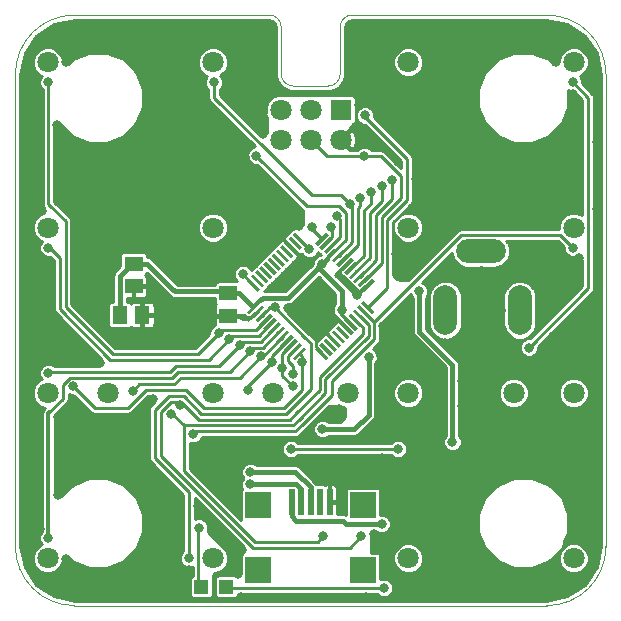
<source format=gtl>
G04 (created by PCBNEW (2013-07-07 BZR 4022)-stable) date 5/17/2016 5:11:24 PM*
%MOIN*%
G04 Gerber Fmt 3.4, Leading zero omitted, Abs format*
%FSLAX34Y34*%
G01*
G70*
G90*
G04 APERTURE LIST*
%ADD10C,0.00393701*%
%ADD11R,0.0708661X0.0708661*%
%ADD12C,0.0708661*%
%ADD13R,0.0472X0.0472*%
%ADD14C,0.0787402*%
%ADD15O,0.0787402X0.165354*%
%ADD16O,0.165354X0.0787402*%
%ADD17R,0.0865X0.0865*%
%ADD18R,0.0196X0.0865*%
%ADD19R,0.059X0.0512*%
%ADD20R,0.0512X0.059*%
%ADD21C,0.0314961*%
%ADD22C,0.00984252*%
%ADD23C,0.015748*%
%ADD24C,0.011811*%
G04 APERTURE END LIST*
G54D10*
X49212Y-31496D02*
G75*
G03X47244Y-33464I0J-1968D01*
G74*
G01*
X56102Y-31889D02*
G75*
G03X55708Y-31496I-393J0D01*
G74*
G01*
X56102Y-33464D02*
G75*
G03X56496Y-33858I393J0D01*
G74*
G01*
X57677Y-33858D02*
G75*
G03X58070Y-33464I0J393D01*
G74*
G01*
X58464Y-31496D02*
G75*
G03X58070Y-31889I0J-393D01*
G74*
G01*
X66929Y-33464D02*
G75*
G03X64960Y-31496I-1968J0D01*
G74*
G01*
X64960Y-51181D02*
G75*
G03X66929Y-49212I0J1968D01*
G74*
G01*
X47244Y-49212D02*
G75*
G03X49212Y-51181I1968J0D01*
G74*
G01*
X49212Y-31496D02*
X55708Y-31496D01*
X56102Y-31889D02*
X56102Y-33464D01*
X56496Y-33858D02*
X57677Y-33858D01*
X58070Y-33464D02*
X58070Y-31889D01*
X58464Y-31496D02*
X64960Y-31496D01*
X66929Y-33464D02*
X66929Y-49212D01*
X64960Y-51181D02*
X49212Y-51181D01*
X47244Y-49212D02*
X47244Y-33464D01*
G36*
X58019Y-42578D02*
X57657Y-42216D01*
X57740Y-42132D01*
X58102Y-42494D01*
X58019Y-42578D01*
X58019Y-42578D01*
G37*
G36*
X58158Y-42438D02*
X57796Y-42076D01*
X57879Y-41993D01*
X58242Y-42355D01*
X58158Y-42438D01*
X58158Y-42438D01*
G37*
G36*
X58297Y-42299D02*
X57935Y-41937D01*
X58019Y-41853D01*
X58381Y-42216D01*
X58297Y-42299D01*
X58297Y-42299D01*
G37*
G36*
X58436Y-42160D02*
X58074Y-41798D01*
X58157Y-41715D01*
X58519Y-42077D01*
X58436Y-42160D01*
X58436Y-42160D01*
G37*
G36*
X58575Y-42021D02*
X58213Y-41659D01*
X58297Y-41576D01*
X58659Y-41938D01*
X58575Y-42021D01*
X58575Y-42021D01*
G37*
G36*
X57601Y-42995D02*
X57239Y-42633D01*
X57322Y-42550D01*
X57684Y-42912D01*
X57601Y-42995D01*
X57601Y-42995D01*
G37*
G36*
X57740Y-42856D02*
X57378Y-42494D01*
X57462Y-42411D01*
X57824Y-42773D01*
X57740Y-42856D01*
X57740Y-42856D01*
G37*
G36*
X57879Y-42717D02*
X57517Y-42355D01*
X57601Y-42271D01*
X57963Y-42633D01*
X57879Y-42717D01*
X57879Y-42717D01*
G37*
G36*
X58854Y-40713D02*
X58770Y-40629D01*
X59132Y-40267D01*
X59216Y-40351D01*
X58854Y-40713D01*
X58854Y-40713D01*
G37*
G36*
X58715Y-40574D02*
X58631Y-40490D01*
X58993Y-40128D01*
X59077Y-40212D01*
X58715Y-40574D01*
X58715Y-40574D01*
G37*
G36*
X58575Y-40434D02*
X58492Y-40351D01*
X58854Y-39989D01*
X58937Y-40072D01*
X58575Y-40434D01*
X58575Y-40434D01*
G37*
G36*
X58436Y-40295D02*
X58353Y-40212D01*
X58715Y-39850D01*
X58798Y-39933D01*
X58436Y-40295D01*
X58436Y-40295D01*
G37*
G36*
X58297Y-40156D02*
X58213Y-40072D01*
X58575Y-39710D01*
X58659Y-39794D01*
X58297Y-40156D01*
X58297Y-40156D01*
G37*
G36*
X58157Y-40016D02*
X58074Y-39933D01*
X58436Y-39571D01*
X58519Y-39654D01*
X58157Y-40016D01*
X58157Y-40016D01*
G37*
G36*
X58019Y-39878D02*
X57935Y-39794D01*
X58297Y-39432D01*
X58381Y-39516D01*
X58019Y-39878D01*
X58019Y-39878D01*
G37*
G36*
X57879Y-39739D02*
X57796Y-39655D01*
X58158Y-39293D01*
X58242Y-39376D01*
X57879Y-39739D01*
X57879Y-39739D01*
G37*
G36*
X56850Y-39181D02*
X56488Y-38819D01*
X56571Y-38736D01*
X56933Y-39098D01*
X56850Y-39181D01*
X56850Y-39181D01*
G37*
G36*
X56711Y-39321D02*
X56349Y-38959D01*
X56432Y-38875D01*
X56794Y-39237D01*
X56711Y-39321D01*
X56711Y-39321D01*
G37*
G36*
X56571Y-39460D02*
X56209Y-39098D01*
X56293Y-39014D01*
X56655Y-39376D01*
X56571Y-39460D01*
X56571Y-39460D01*
G37*
G36*
X56432Y-39599D02*
X56070Y-39237D01*
X56153Y-39154D01*
X56515Y-39516D01*
X56432Y-39599D01*
X56432Y-39599D01*
G37*
G36*
X56293Y-39739D02*
X55931Y-39376D01*
X56014Y-39293D01*
X56376Y-39655D01*
X56293Y-39739D01*
X56293Y-39739D01*
G37*
G36*
X56153Y-39878D02*
X55791Y-39516D01*
X55875Y-39432D01*
X56237Y-39794D01*
X56153Y-39878D01*
X56153Y-39878D01*
G37*
G36*
X56015Y-40016D02*
X55653Y-39654D01*
X55736Y-39571D01*
X56098Y-39933D01*
X56015Y-40016D01*
X56015Y-40016D01*
G37*
G36*
X55876Y-40156D02*
X55514Y-39794D01*
X55597Y-39710D01*
X55959Y-40072D01*
X55876Y-40156D01*
X55876Y-40156D01*
G37*
G36*
X55040Y-41464D02*
X54956Y-41380D01*
X55318Y-41018D01*
X55402Y-41102D01*
X55040Y-41464D01*
X55040Y-41464D01*
G37*
G36*
X55179Y-41603D02*
X55096Y-41520D01*
X55458Y-41158D01*
X55541Y-41241D01*
X55179Y-41603D01*
X55179Y-41603D01*
G37*
G36*
X55318Y-41742D02*
X55235Y-41659D01*
X55597Y-41297D01*
X55680Y-41380D01*
X55318Y-41742D01*
X55318Y-41742D01*
G37*
G36*
X55458Y-41882D02*
X55374Y-41798D01*
X55736Y-41436D01*
X55820Y-41520D01*
X55458Y-41882D01*
X55458Y-41882D01*
G37*
G36*
X55597Y-42021D02*
X55514Y-41938D01*
X55876Y-41576D01*
X55959Y-41659D01*
X55597Y-42021D01*
X55597Y-42021D01*
G37*
G36*
X55736Y-42160D02*
X55653Y-42077D01*
X56015Y-41715D01*
X56098Y-41798D01*
X55736Y-42160D01*
X55736Y-42160D01*
G37*
G36*
X55875Y-42299D02*
X55791Y-42216D01*
X56153Y-41853D01*
X56237Y-41937D01*
X55875Y-42299D01*
X55875Y-42299D01*
G37*
G36*
X56014Y-42438D02*
X55931Y-42355D01*
X56293Y-41993D01*
X56376Y-42076D01*
X56014Y-42438D01*
X56014Y-42438D01*
G37*
G36*
X58715Y-41882D02*
X58353Y-41520D01*
X58436Y-41436D01*
X58798Y-41798D01*
X58715Y-41882D01*
X58715Y-41882D01*
G37*
G36*
X58854Y-41742D02*
X58492Y-41380D01*
X58575Y-41297D01*
X58937Y-41659D01*
X58854Y-41742D01*
X58854Y-41742D01*
G37*
G36*
X58993Y-41603D02*
X58631Y-41241D01*
X58715Y-41158D01*
X59077Y-41520D01*
X58993Y-41603D01*
X58993Y-41603D01*
G37*
G36*
X59132Y-41464D02*
X58770Y-41102D01*
X58854Y-41018D01*
X59216Y-41380D01*
X59132Y-41464D01*
X59132Y-41464D01*
G37*
G36*
X57740Y-39599D02*
X57657Y-39516D01*
X58019Y-39154D01*
X58102Y-39237D01*
X57740Y-39599D01*
X57740Y-39599D01*
G37*
G36*
X57601Y-39460D02*
X57517Y-39376D01*
X57879Y-39014D01*
X57963Y-39098D01*
X57601Y-39460D01*
X57601Y-39460D01*
G37*
G36*
X57462Y-39321D02*
X57378Y-39237D01*
X57740Y-38875D01*
X57824Y-38959D01*
X57462Y-39321D01*
X57462Y-39321D01*
G37*
G36*
X57322Y-39181D02*
X57239Y-39098D01*
X57601Y-38736D01*
X57684Y-38819D01*
X57322Y-39181D01*
X57322Y-39181D01*
G37*
G36*
X55736Y-40295D02*
X55374Y-39933D01*
X55458Y-39850D01*
X55820Y-40212D01*
X55736Y-40295D01*
X55736Y-40295D01*
G37*
G36*
X55597Y-40434D02*
X55235Y-40072D01*
X55318Y-39989D01*
X55680Y-40351D01*
X55597Y-40434D01*
X55597Y-40434D01*
G37*
G36*
X55458Y-40574D02*
X55096Y-40212D01*
X55179Y-40128D01*
X55541Y-40490D01*
X55458Y-40574D01*
X55458Y-40574D01*
G37*
G36*
X55318Y-40713D02*
X54956Y-40351D01*
X55040Y-40267D01*
X55402Y-40629D01*
X55318Y-40713D01*
X55318Y-40713D01*
G37*
G36*
X56153Y-42578D02*
X56070Y-42494D01*
X56432Y-42132D01*
X56515Y-42216D01*
X56153Y-42578D01*
X56153Y-42578D01*
G37*
G36*
X56293Y-42717D02*
X56209Y-42633D01*
X56571Y-42271D01*
X56655Y-42355D01*
X56293Y-42717D01*
X56293Y-42717D01*
G37*
G36*
X56432Y-42856D02*
X56349Y-42773D01*
X56711Y-42411D01*
X56794Y-42494D01*
X56432Y-42856D01*
X56432Y-42856D01*
G37*
G36*
X56571Y-42995D02*
X56488Y-42912D01*
X56850Y-42550D01*
X56933Y-42633D01*
X56571Y-42995D01*
X56571Y-42995D01*
G37*
G54D11*
X58086Y-34657D03*
G54D12*
X58086Y-35657D03*
X57086Y-34657D03*
X57086Y-35657D03*
X56086Y-34657D03*
X56086Y-35657D03*
X48318Y-38582D03*
X48318Y-33070D03*
X65854Y-33070D03*
X65854Y-38582D03*
X55830Y-44094D03*
X48318Y-44094D03*
X58342Y-44094D03*
X63854Y-44094D03*
X60342Y-38582D03*
X53830Y-49606D03*
X53830Y-44094D03*
X53830Y-38582D03*
X53830Y-33070D03*
X65854Y-44094D03*
X60342Y-49606D03*
X60342Y-44094D03*
X65854Y-49606D03*
X60342Y-33070D03*
G54D13*
X54271Y-50551D03*
X53445Y-50551D03*
G54D14*
X62322Y-39370D03*
X62618Y-39370D03*
X62893Y-39370D03*
X61574Y-41200D03*
X61574Y-41771D03*
X61574Y-40905D03*
X61574Y-41476D03*
G54D15*
X61574Y-41338D03*
G54D16*
X62755Y-39370D03*
G54D15*
X64055Y-41338D03*
G54D14*
X64055Y-41476D03*
X64055Y-40905D03*
X64055Y-41771D03*
X64055Y-41200D03*
X63188Y-39370D03*
G54D17*
X58830Y-47826D03*
G54D18*
X56457Y-47716D03*
X56772Y-47716D03*
X57086Y-47716D03*
X57400Y-47716D03*
X57715Y-47716D03*
G54D17*
X55342Y-47826D03*
X55342Y-49991D03*
X58830Y-49991D03*
G54D19*
X54330Y-40766D03*
X54330Y-41516D03*
X51181Y-39782D03*
X51181Y-40532D03*
G54D12*
X48318Y-49606D03*
X50318Y-44094D03*
G54D20*
X50727Y-41496D03*
X51477Y-41496D03*
G54D21*
X58897Y-34842D03*
X58877Y-36200D03*
X55078Y-46732D03*
X55078Y-47125D03*
X60708Y-40708D03*
X61811Y-45728D03*
X57047Y-39291D03*
X59015Y-42893D03*
X57480Y-45295D03*
X59527Y-50590D03*
X55275Y-36181D03*
X58129Y-41338D03*
X50747Y-41515D03*
X57457Y-39799D03*
X51168Y-39803D03*
X54330Y-40766D03*
X51594Y-50019D03*
X62578Y-50019D03*
X52106Y-33602D03*
X60610Y-36968D03*
X61712Y-34862D03*
X48031Y-46614D03*
X63562Y-45767D03*
X62450Y-46870D03*
X62933Y-47273D03*
X63858Y-45157D03*
X65157Y-45000D03*
X66240Y-45039D03*
X66230Y-47155D03*
X66643Y-35738D03*
X66643Y-37962D03*
X66043Y-36062D03*
X60009Y-35551D03*
X60011Y-36397D03*
X63248Y-36948D03*
X62795Y-38543D03*
X61968Y-38562D03*
X62421Y-38169D03*
X48051Y-36043D03*
X52066Y-34901D03*
X54055Y-34862D03*
X50452Y-36437D03*
X58149Y-33937D03*
X54232Y-33543D03*
X56023Y-33937D03*
X55708Y-31889D03*
X59940Y-33543D03*
X58464Y-31889D03*
X66437Y-49429D03*
X65669Y-49035D03*
X66062Y-50314D03*
X48110Y-50314D03*
X48110Y-32362D03*
X66062Y-32362D03*
X54586Y-46299D03*
X53779Y-41082D03*
X52992Y-41062D03*
X53779Y-41732D03*
X48858Y-43070D03*
X50078Y-43090D03*
X59527Y-50000D03*
X56712Y-38543D03*
X54507Y-38385D03*
X48937Y-37952D03*
X54921Y-34862D03*
X54665Y-35472D03*
X51555Y-36200D03*
X52283Y-35472D03*
X48622Y-35157D03*
X49311Y-40531D03*
X60059Y-40236D03*
X63188Y-37795D03*
X56338Y-41259D03*
X55964Y-38976D03*
X59192Y-48799D03*
X52303Y-40925D03*
X52755Y-38582D03*
X59399Y-34970D03*
X59399Y-35816D03*
X58690Y-34488D03*
X53464Y-33562D03*
X54881Y-36220D03*
X55511Y-34862D03*
X55511Y-35464D03*
X58877Y-35295D03*
X60708Y-33562D03*
X65255Y-33051D03*
X66220Y-33562D03*
X66043Y-43523D03*
X54759Y-50889D03*
X54653Y-50141D03*
X58917Y-50885D03*
X61358Y-49350D03*
X61318Y-48110D03*
X60452Y-47204D03*
X59448Y-45669D03*
X59448Y-46259D03*
X61141Y-47204D03*
X60748Y-49133D03*
X53188Y-46555D03*
X59704Y-48129D03*
X58149Y-48011D03*
X61476Y-44468D03*
X62145Y-44527D03*
X59980Y-44586D03*
X61476Y-43681D03*
X60826Y-44468D03*
X58011Y-45669D03*
X60649Y-45078D03*
X58031Y-44625D03*
X59429Y-42854D03*
X59724Y-43665D03*
X54799Y-49322D03*
X52716Y-47519D03*
X53031Y-50000D03*
X53326Y-47854D03*
X54665Y-48051D03*
X51594Y-45885D03*
X53188Y-45885D03*
X64370Y-44645D03*
X62145Y-43681D03*
X61988Y-42854D03*
X63661Y-42874D03*
X61574Y-42440D03*
X64370Y-43011D03*
X66023Y-41358D03*
X66043Y-40472D03*
X65157Y-41338D03*
X65177Y-42204D03*
X62952Y-43484D03*
X60374Y-41692D03*
X60374Y-41141D03*
X59507Y-41870D03*
X61043Y-42854D03*
X61062Y-40314D03*
X59940Y-39448D03*
X60787Y-38169D03*
X61732Y-39645D03*
X65137Y-39783D03*
X64370Y-40334D03*
X66043Y-39606D03*
X64547Y-39153D03*
X65570Y-38031D03*
X65255Y-38543D03*
X66043Y-37362D03*
X63937Y-38543D03*
X65295Y-39153D03*
X65826Y-34133D03*
X60007Y-34366D03*
X50393Y-40452D03*
X50236Y-41122D03*
X49251Y-44960D03*
X50137Y-45866D03*
X51594Y-45255D03*
X50314Y-45157D03*
X51830Y-44291D03*
X48661Y-44881D03*
X48661Y-47480D03*
X48051Y-44645D03*
X49153Y-44291D03*
X48917Y-49625D03*
X48051Y-48641D03*
X48464Y-41456D03*
X49133Y-42145D03*
X47952Y-43582D03*
X48385Y-39704D03*
X48129Y-38011D03*
X47952Y-39094D03*
X48917Y-33051D03*
X55314Y-39645D03*
X53326Y-39645D03*
X56889Y-39685D03*
X58641Y-40842D03*
X57342Y-41417D03*
X57440Y-40532D03*
X51456Y-41496D03*
X51181Y-40531D03*
X55807Y-40590D03*
X54330Y-41516D03*
X48346Y-48937D03*
X55078Y-42696D03*
X48346Y-43425D03*
X54724Y-42500D03*
X57125Y-38562D03*
X59803Y-36988D03*
X59448Y-37185D03*
X59094Y-37401D03*
X53179Y-45462D03*
X65826Y-39251D03*
X56791Y-43070D03*
X64370Y-42578D03*
X65826Y-33740D03*
X49173Y-43877D03*
X48346Y-39251D03*
X54370Y-42303D03*
X48346Y-33740D03*
X54015Y-42106D03*
X53031Y-49606D03*
X55885Y-41240D03*
X54822Y-40118D03*
X58740Y-37598D03*
X53858Y-33740D03*
X58385Y-37795D03*
X57972Y-38208D03*
X57775Y-38562D03*
X51161Y-44015D03*
X55433Y-42874D03*
X55000Y-43995D03*
X55787Y-43070D03*
X56496Y-43877D03*
X56141Y-43267D03*
X56496Y-43464D03*
X53365Y-48582D03*
X60000Y-45964D03*
X56437Y-45964D03*
X59055Y-48070D03*
X55078Y-47913D03*
X59448Y-48464D03*
X58779Y-48877D03*
X52736Y-44488D03*
X57509Y-48877D03*
X52440Y-44783D03*
G54D22*
X58897Y-34842D02*
X58897Y-34881D01*
X60295Y-37677D02*
X60295Y-36791D01*
X60295Y-36791D02*
X60295Y-36279D01*
X59645Y-38326D02*
X60275Y-37696D01*
X59645Y-40589D02*
X58993Y-41241D01*
X59645Y-40589D02*
X59645Y-38326D01*
X60275Y-37696D02*
X60295Y-37677D01*
X58897Y-34881D02*
X60295Y-36279D01*
X58877Y-36200D02*
X57629Y-36200D01*
X57629Y-36200D02*
X57086Y-35657D01*
X60091Y-37605D02*
X60091Y-36862D01*
X58854Y-40351D02*
X59448Y-39756D01*
X59448Y-39756D02*
X59448Y-38248D01*
X59448Y-38248D02*
X59458Y-38238D01*
X59458Y-38238D02*
X60091Y-37605D01*
X59429Y-36200D02*
X58877Y-36200D01*
X60091Y-36862D02*
X59429Y-36200D01*
G54D23*
X55531Y-46732D02*
X55078Y-46732D01*
X57086Y-47244D02*
X56574Y-46732D01*
X56574Y-46732D02*
X55570Y-46732D01*
X57086Y-47244D02*
X57086Y-47716D01*
X56574Y-47125D02*
X55078Y-47125D01*
X56772Y-47284D02*
X56614Y-47125D01*
X56772Y-47716D02*
X56772Y-47284D01*
X61811Y-43149D02*
X61811Y-45728D01*
X60708Y-42047D02*
X61811Y-43149D01*
X60708Y-40708D02*
X60708Y-42047D01*
G54D24*
X56711Y-38959D02*
X57043Y-39291D01*
X57043Y-39291D02*
X57047Y-39291D01*
G54D23*
X59015Y-44212D02*
X59015Y-44822D01*
X59015Y-42893D02*
X59015Y-44212D01*
X58543Y-45295D02*
X57480Y-45295D01*
X59015Y-44822D02*
X58543Y-45295D01*
G54D22*
X54271Y-50590D02*
X59527Y-50590D01*
X55275Y-36181D02*
X56948Y-37854D01*
G54D23*
X58129Y-40846D02*
X58129Y-40688D01*
X57355Y-39901D02*
X57457Y-39799D01*
X57342Y-39901D02*
X57355Y-39901D01*
X58129Y-40688D02*
X57342Y-39901D01*
X52480Y-40629D02*
X52559Y-40708D01*
X54272Y-40708D02*
X54330Y-40766D01*
X52559Y-40708D02*
X54272Y-40708D01*
G54D22*
X56948Y-37854D02*
X58031Y-37854D01*
X58267Y-38090D02*
X58031Y-37854D01*
X58267Y-38326D02*
X58267Y-38090D01*
X58267Y-38385D02*
X58267Y-38326D01*
X58267Y-38989D02*
X58267Y-38385D01*
G54D23*
X58129Y-40846D02*
X58129Y-41338D01*
G54D24*
X58436Y-41798D02*
X58129Y-41492D01*
X58129Y-41492D02*
X58129Y-41338D01*
G54D23*
X57457Y-39799D02*
X56331Y-40925D01*
X55492Y-40925D02*
X55413Y-41003D01*
G54D24*
X55179Y-41241D02*
X55413Y-41007D01*
G54D23*
X55413Y-41003D02*
X55413Y-41007D01*
X56331Y-40925D02*
X55492Y-40925D01*
G54D22*
X57879Y-39376D02*
X58267Y-38989D01*
G54D24*
X57879Y-39376D02*
X57637Y-39619D01*
G54D23*
X57630Y-39625D02*
X57637Y-39625D01*
X57637Y-39625D02*
X57637Y-39619D01*
X57457Y-39799D02*
X57630Y-39625D01*
X51181Y-39782D02*
X51142Y-39782D01*
X50727Y-40197D02*
X50727Y-41496D01*
X51142Y-39782D02*
X50727Y-40197D01*
X51181Y-39782D02*
X51632Y-39782D01*
X51632Y-39782D02*
X52480Y-40629D01*
X54330Y-40766D02*
X54703Y-40766D01*
G54D24*
X55118Y-41180D02*
X55179Y-41241D01*
G54D23*
X54703Y-40766D02*
X55118Y-41181D01*
X55118Y-41181D02*
X55118Y-41180D01*
G54D24*
X50746Y-41515D02*
X50747Y-41515D01*
X50727Y-41496D02*
X50746Y-41515D01*
X57457Y-39799D02*
X57453Y-39803D01*
X51168Y-39803D02*
X51168Y-39795D01*
X51168Y-39795D02*
X51181Y-39782D01*
G54D22*
X52106Y-33602D02*
X52106Y-33562D01*
X48031Y-46614D02*
X48051Y-46614D01*
X62933Y-46397D02*
X62933Y-47273D01*
X63858Y-45157D02*
X63858Y-45472D01*
X63858Y-45472D02*
X63562Y-45767D01*
X63562Y-45767D02*
X62933Y-46397D01*
X48051Y-36043D02*
X48051Y-37933D01*
X66043Y-49035D02*
X66437Y-49429D01*
X65748Y-48956D02*
X65669Y-49035D01*
X65669Y-49035D02*
X66043Y-49035D01*
X48070Y-50196D02*
X48110Y-50236D01*
X48110Y-50236D02*
X48110Y-50314D01*
X53779Y-41732D02*
X53779Y-41082D01*
X53011Y-41082D02*
X53779Y-41082D01*
X52992Y-41062D02*
X53011Y-41082D01*
X48858Y-43070D02*
X48877Y-43090D01*
X48877Y-43090D02*
X50078Y-43090D01*
G54D24*
X58031Y-40078D02*
X58720Y-40767D01*
X58720Y-40763D02*
X58993Y-40490D01*
X58720Y-40767D02*
X58720Y-40763D01*
X56432Y-39237D02*
X56171Y-38976D01*
X56171Y-38976D02*
X55964Y-38976D01*
G54D22*
X55964Y-38976D02*
X54527Y-38976D01*
X54527Y-38976D02*
X53858Y-39645D01*
X56712Y-38543D02*
X56692Y-38523D01*
X59940Y-39448D02*
X59842Y-39350D01*
X59842Y-39350D02*
X59842Y-38405D01*
X59842Y-38405D02*
X60255Y-37992D01*
X60255Y-37992D02*
X60610Y-37992D01*
X60610Y-37992D02*
X60787Y-38169D01*
X59940Y-39448D02*
X59940Y-39881D01*
X59940Y-39881D02*
X60059Y-40236D01*
X65570Y-38031D02*
X66043Y-37559D01*
X66043Y-37559D02*
X66043Y-37362D01*
X64547Y-39153D02*
X65295Y-39153D01*
X64370Y-40334D02*
X64370Y-39330D01*
X64370Y-39330D02*
X64547Y-39153D01*
X56889Y-39685D02*
X55984Y-40590D01*
X55984Y-40590D02*
X55807Y-40590D01*
G54D24*
X56432Y-39237D02*
X56879Y-39685D01*
X56879Y-39685D02*
X56889Y-39685D01*
G54D22*
X54507Y-38996D02*
X53858Y-39645D01*
X52755Y-38307D02*
X54881Y-36220D01*
X52755Y-38582D02*
X52755Y-38307D01*
X52755Y-39074D02*
X52755Y-38582D01*
X53326Y-39645D02*
X52755Y-39074D01*
X55507Y-34866D02*
X55511Y-34862D01*
X55511Y-35464D02*
X55507Y-34866D01*
X66220Y-33562D02*
X66220Y-33543D01*
X61318Y-48110D02*
X60748Y-48681D01*
X61318Y-47381D02*
X61318Y-48110D01*
X61141Y-47204D02*
X60452Y-47204D01*
X60393Y-47204D02*
X60452Y-47204D01*
X59448Y-46259D02*
X60393Y-47204D01*
X61141Y-47204D02*
X61318Y-47381D01*
X60748Y-48681D02*
X60748Y-49133D01*
X53188Y-46555D02*
X53444Y-46299D01*
X53444Y-46299D02*
X54586Y-46299D01*
G54D23*
X57715Y-47716D02*
X58129Y-47716D01*
X58149Y-47737D02*
X58149Y-48011D01*
X58129Y-47716D02*
X58149Y-47737D01*
G54D22*
X60649Y-45078D02*
X60767Y-45078D01*
X58011Y-45669D02*
X57992Y-45688D01*
X59429Y-42854D02*
X59724Y-43149D01*
X59724Y-43149D02*
X59724Y-43665D01*
X52716Y-47519D02*
X52716Y-49960D01*
X52992Y-49960D02*
X53031Y-50000D01*
X52716Y-49960D02*
X52992Y-49960D01*
X53188Y-45885D02*
X53208Y-45885D01*
X64370Y-44645D02*
X64370Y-44665D01*
X64370Y-43011D02*
X64370Y-44645D01*
X62145Y-43011D02*
X62145Y-43681D01*
X61988Y-42854D02*
X62145Y-43011D01*
X63799Y-43011D02*
X64370Y-43011D01*
X63799Y-43011D02*
X63661Y-42874D01*
X64370Y-43011D02*
X64251Y-43011D01*
X63976Y-42736D02*
X63976Y-42421D01*
X64251Y-43011D02*
X63976Y-42736D01*
X64370Y-43011D02*
X65177Y-42204D01*
X61062Y-40314D02*
X61062Y-40433D01*
X61043Y-40964D02*
X60984Y-41023D01*
X61043Y-40629D02*
X61043Y-40964D01*
X61062Y-40433D02*
X61043Y-40629D01*
G54D23*
X65137Y-39783D02*
X65118Y-39783D01*
X65826Y-34133D02*
X65807Y-34153D01*
G54D22*
X60011Y-34362D02*
X60011Y-34338D01*
X60007Y-34366D02*
X60011Y-34362D01*
G54D23*
X58086Y-35657D02*
X58393Y-35964D01*
X58393Y-35964D02*
X58562Y-35964D01*
G54D22*
X50393Y-40964D02*
X50393Y-40452D01*
X50236Y-41122D02*
X50393Y-40964D01*
X51594Y-45255D02*
X51594Y-45885D01*
X51574Y-45866D02*
X51594Y-45885D01*
X49251Y-44980D02*
X49251Y-44960D01*
X49251Y-44980D02*
X50137Y-45866D01*
X50137Y-45866D02*
X51574Y-45866D01*
X50314Y-45157D02*
X50944Y-45157D01*
X50118Y-44960D02*
X50314Y-45157D01*
X49251Y-44960D02*
X50118Y-44960D01*
X50944Y-45157D02*
X51830Y-44291D01*
X48661Y-44881D02*
X48661Y-47480D01*
X49173Y-44881D02*
X49251Y-44960D01*
X48661Y-44783D02*
X48661Y-44881D01*
X49153Y-44291D02*
X48661Y-44783D01*
X48661Y-44881D02*
X49173Y-44881D01*
X48051Y-48641D02*
X47736Y-48956D01*
X48917Y-49940D02*
X48917Y-49625D01*
X48661Y-50196D02*
X48917Y-49940D01*
X48070Y-50196D02*
X48661Y-50196D01*
X47736Y-49862D02*
X48070Y-50196D01*
X47736Y-48956D02*
X47736Y-49862D01*
X48051Y-44645D02*
X48051Y-46614D01*
X47696Y-43838D02*
X47696Y-44291D01*
X47696Y-44291D02*
X48051Y-44645D01*
X47952Y-43582D02*
X47696Y-43838D01*
X48858Y-43070D02*
X48681Y-42893D01*
X48858Y-42421D02*
X48858Y-43070D01*
X48385Y-41377D02*
X48464Y-41456D01*
X48385Y-39704D02*
X48385Y-41377D01*
X49133Y-42145D02*
X48858Y-42421D01*
X47933Y-43562D02*
X47952Y-43582D01*
X47933Y-42893D02*
X47933Y-43562D01*
X48681Y-42893D02*
X47933Y-42893D01*
X47952Y-39094D02*
X47952Y-39488D01*
X48169Y-39704D02*
X48385Y-39704D01*
X47952Y-39488D02*
X48169Y-39704D01*
X48129Y-38011D02*
X47696Y-38444D01*
X48051Y-37933D02*
X48129Y-38011D01*
X47696Y-38838D02*
X47952Y-39094D01*
X47696Y-38444D02*
X47696Y-38838D01*
X53326Y-39645D02*
X53858Y-39645D01*
G54D24*
X56889Y-39675D02*
X56889Y-39685D01*
X55318Y-41380D02*
X55105Y-41594D01*
X54902Y-41516D02*
X54330Y-41516D01*
X54980Y-41594D02*
X54902Y-41516D01*
X55105Y-41594D02*
X54980Y-41594D01*
X57440Y-40532D02*
X57440Y-40531D01*
X58993Y-40490D02*
X58641Y-40842D01*
X58641Y-40688D02*
X58031Y-40078D01*
X58031Y-40078D02*
X58031Y-40059D01*
X58031Y-40059D02*
X58297Y-39794D01*
X58641Y-40866D02*
X58641Y-40688D01*
X58641Y-40842D02*
X58641Y-40866D01*
X51456Y-41496D02*
X51477Y-41496D01*
X51181Y-40531D02*
X51181Y-40532D01*
X56840Y-39625D02*
X56850Y-39625D01*
G54D22*
X57462Y-42773D02*
X57263Y-42574D01*
X57263Y-41496D02*
X57342Y-41417D01*
X57263Y-42574D02*
X57263Y-41496D01*
G54D24*
X58297Y-41938D02*
X57776Y-41417D01*
X57776Y-41417D02*
X57342Y-41417D01*
X57879Y-42355D02*
X57342Y-41817D01*
X57342Y-41817D02*
X57342Y-41417D01*
G54D22*
X55078Y-42696D02*
X54389Y-43385D01*
X54389Y-43385D02*
X52677Y-43385D01*
G54D24*
X48346Y-48937D02*
X48346Y-44763D01*
G54D22*
X49055Y-43582D02*
X49074Y-43582D01*
X48818Y-43818D02*
X49055Y-43582D01*
X48366Y-44744D02*
X48818Y-44291D01*
X49074Y-43582D02*
X49212Y-43582D01*
X49527Y-43582D02*
X49212Y-43582D01*
X52480Y-43582D02*
X49527Y-43582D01*
X52677Y-43385D02*
X52480Y-43582D01*
X48818Y-44291D02*
X48818Y-43818D01*
G54D24*
X48346Y-44763D02*
X48366Y-44744D01*
G54D22*
X55512Y-42578D02*
X55196Y-42578D01*
X55196Y-42578D02*
X55078Y-42696D01*
X55512Y-42578D02*
X56014Y-42076D01*
X48318Y-49606D02*
X48307Y-49594D01*
X54724Y-42500D02*
X54035Y-43188D01*
X54035Y-43188D02*
X52598Y-43188D01*
X52401Y-43385D02*
X52598Y-43188D01*
X52401Y-43385D02*
X52342Y-43385D01*
X48346Y-44066D02*
X48318Y-44094D01*
X49035Y-43385D02*
X48385Y-43385D01*
X52401Y-43385D02*
X52342Y-43385D01*
X52342Y-43385D02*
X49035Y-43385D01*
X48385Y-43385D02*
X48346Y-43425D01*
X48405Y-43366D02*
X48346Y-43425D01*
X55432Y-42381D02*
X54980Y-42381D01*
X55432Y-42381D02*
X55876Y-41938D01*
X54842Y-42381D02*
X54724Y-42500D01*
X54980Y-42381D02*
X54842Y-42381D01*
X57462Y-38959D02*
X57125Y-38622D01*
X57125Y-38622D02*
X57125Y-38562D01*
X59803Y-37618D02*
X59803Y-36988D01*
X59251Y-38169D02*
X59803Y-37618D01*
X59251Y-39675D02*
X59251Y-38169D01*
X58715Y-40212D02*
X59251Y-39675D01*
X59448Y-37696D02*
X59448Y-37185D01*
X58575Y-40072D02*
X59055Y-39593D01*
X59055Y-39593D02*
X59055Y-38090D01*
X59055Y-38090D02*
X59448Y-37696D01*
X59094Y-37775D02*
X59094Y-37401D01*
X58436Y-39933D02*
X58858Y-39511D01*
X58858Y-39511D02*
X58858Y-38011D01*
X58858Y-38011D02*
X59094Y-37775D01*
X53366Y-45374D02*
X53267Y-45374D01*
X53267Y-45374D02*
X53179Y-45462D01*
X53562Y-45374D02*
X53366Y-45374D01*
X53179Y-45462D02*
X53169Y-45472D01*
X53523Y-45374D02*
X53562Y-45374D01*
X57795Y-44153D02*
X56791Y-45157D01*
X57795Y-43700D02*
X57795Y-44153D01*
X59212Y-42283D02*
X57795Y-43700D01*
X59212Y-41751D02*
X59212Y-42283D01*
X59212Y-41751D02*
X59212Y-41739D01*
X56574Y-45374D02*
X53562Y-45374D01*
X56791Y-45157D02*
X56574Y-45374D01*
X65413Y-38838D02*
X62106Y-38838D01*
X62106Y-38838D02*
X59212Y-41732D01*
X59212Y-41732D02*
X59212Y-41739D01*
X65413Y-38838D02*
X65826Y-39251D01*
X58854Y-41380D02*
X59212Y-41739D01*
X64370Y-42578D02*
X66338Y-40610D01*
X66338Y-40610D02*
X66338Y-40511D01*
X49173Y-43877D02*
X49881Y-44586D01*
X49881Y-44586D02*
X50118Y-44586D01*
X65826Y-33740D02*
X66338Y-34251D01*
X66338Y-40511D02*
X66338Y-34251D01*
X56791Y-43070D02*
X56791Y-42854D01*
X51003Y-44586D02*
X50118Y-44586D01*
X51003Y-44586D02*
X51594Y-43996D01*
X51594Y-43996D02*
X52933Y-43996D01*
X52933Y-43996D02*
X53523Y-44586D01*
X56200Y-44586D02*
X53523Y-44586D01*
X56791Y-43996D02*
X56200Y-44586D01*
X56791Y-42854D02*
X56791Y-43996D01*
X56791Y-42853D02*
X56791Y-42854D01*
X56791Y-42853D02*
X56711Y-42773D01*
X48346Y-39251D02*
X48385Y-39251D01*
X53681Y-42992D02*
X50413Y-42992D01*
X50413Y-42992D02*
X48720Y-41299D01*
X48720Y-41299D02*
X48720Y-39586D01*
X53681Y-42992D02*
X54370Y-42303D01*
X48385Y-39251D02*
X48720Y-39586D01*
X55736Y-41798D02*
X55350Y-42185D01*
X55350Y-42185D02*
X54625Y-42185D01*
X54625Y-42185D02*
X54488Y-42185D01*
X54488Y-42185D02*
X54370Y-42303D01*
X48346Y-33740D02*
X48346Y-37795D01*
X48346Y-37795D02*
X48366Y-37814D01*
X54015Y-42106D02*
X53326Y-42795D01*
X53326Y-42795D02*
X50492Y-42795D01*
X50492Y-42795D02*
X48917Y-41220D01*
X48917Y-41220D02*
X48917Y-38366D01*
X48917Y-38366D02*
X48366Y-37814D01*
X55597Y-41659D02*
X55268Y-41988D01*
X54133Y-41988D02*
X54015Y-42106D01*
X55268Y-41988D02*
X54133Y-41988D01*
X52844Y-44192D02*
X52352Y-44192D01*
X51889Y-44655D02*
X51889Y-44645D01*
X52352Y-44192D02*
X51889Y-44655D01*
X51889Y-44645D02*
X51889Y-46259D01*
X52854Y-44192D02*
X52844Y-44192D01*
X57086Y-43976D02*
X56279Y-44783D01*
X56279Y-44783D02*
X53444Y-44783D01*
X53444Y-44783D02*
X52854Y-44192D01*
X56899Y-42253D02*
X57086Y-42440D01*
X57086Y-42440D02*
X57086Y-42874D01*
X57086Y-42874D02*
X57086Y-43877D01*
X57086Y-43877D02*
X57086Y-43976D01*
X53031Y-47401D02*
X51889Y-46259D01*
X53031Y-49606D02*
X53031Y-47401D01*
X55885Y-41240D02*
X56899Y-42253D01*
X56899Y-42253D02*
X56948Y-42303D01*
X55738Y-41240D02*
X55885Y-41240D01*
X55458Y-41520D02*
X55738Y-41240D01*
X55179Y-40490D02*
X54822Y-40133D01*
X54822Y-40133D02*
X54822Y-40118D01*
X58740Y-37854D02*
X58740Y-37598D01*
X58661Y-37933D02*
X58740Y-37854D01*
X58661Y-39152D02*
X58661Y-37933D01*
X58661Y-39152D02*
X58158Y-39655D01*
X53877Y-34251D02*
X53858Y-34232D01*
X53858Y-34232D02*
X53858Y-33740D01*
X58385Y-37795D02*
X58090Y-37500D01*
X57125Y-37500D02*
X55590Y-35964D01*
X58090Y-37500D02*
X57125Y-37500D01*
X55590Y-35964D02*
X53877Y-34251D01*
X58464Y-39070D02*
X58464Y-37874D01*
X58464Y-37874D02*
X58385Y-37795D01*
X58464Y-38248D02*
X58464Y-37874D01*
X58464Y-37874D02*
X58385Y-37795D01*
X58464Y-39070D02*
X58464Y-38248D01*
X58019Y-39516D02*
X58464Y-39070D01*
X58070Y-38907D02*
X58070Y-38307D01*
X58070Y-38307D02*
X57972Y-38208D01*
X58070Y-38907D02*
X57740Y-39237D01*
X57814Y-38884D02*
X57601Y-39098D01*
X57814Y-38884D02*
X57814Y-38602D01*
X57814Y-38602D02*
X57775Y-38562D01*
X55433Y-42874D02*
X54724Y-43582D01*
X54724Y-43582D02*
X52755Y-43582D01*
X51377Y-43799D02*
X51161Y-44015D01*
X52539Y-43799D02*
X51377Y-43799D01*
X52755Y-43582D02*
X52539Y-43799D01*
X55495Y-42874D02*
X55433Y-42874D01*
X55495Y-42874D02*
X56153Y-42216D01*
X55787Y-43070D02*
X55000Y-43858D01*
X55000Y-43858D02*
X55000Y-43995D01*
X55787Y-42861D02*
X55787Y-43070D01*
X55787Y-42861D02*
X56293Y-42355D01*
X56141Y-43267D02*
X56141Y-43523D01*
X56141Y-43523D02*
X56496Y-43877D01*
X56141Y-42785D02*
X56141Y-43267D01*
X56141Y-42785D02*
X56432Y-42494D01*
X56338Y-42867D02*
X56571Y-42633D01*
X56496Y-43188D02*
X56496Y-43464D01*
X56338Y-43031D02*
X56496Y-43188D01*
X56338Y-42867D02*
X56338Y-43031D01*
X53365Y-48582D02*
X53346Y-48601D01*
X53445Y-50590D02*
X53267Y-50413D01*
X53346Y-50491D02*
X53445Y-50590D01*
X53346Y-48601D02*
X53346Y-50491D01*
X56437Y-45964D02*
X60000Y-45964D01*
X58830Y-47826D02*
X59055Y-48051D01*
X59055Y-48051D02*
X59055Y-48070D01*
X55342Y-47826D02*
X55256Y-47913D01*
X55256Y-47913D02*
X55078Y-47913D01*
G54D23*
X58031Y-48346D02*
X58149Y-48346D01*
X56457Y-48189D02*
X56614Y-48346D01*
X56614Y-48346D02*
X58031Y-48346D01*
X56457Y-47716D02*
X56457Y-48189D01*
X58267Y-48464D02*
X59448Y-48464D01*
X58149Y-48346D02*
X58267Y-48464D01*
G54D22*
X55039Y-49133D02*
X55157Y-49251D01*
X52755Y-44389D02*
X52588Y-44389D01*
X52086Y-44724D02*
X52086Y-46181D01*
X52086Y-46181D02*
X55039Y-49133D01*
X52421Y-44389D02*
X52086Y-44724D01*
X52588Y-44389D02*
X52421Y-44389D01*
X58405Y-49251D02*
X58779Y-48877D01*
X55157Y-49251D02*
X58405Y-49251D01*
X52755Y-44389D02*
X52755Y-44468D01*
X52755Y-44468D02*
X52736Y-44488D01*
X53464Y-44980D02*
X53366Y-44980D01*
X52775Y-44389D02*
X52755Y-44389D01*
X53366Y-44980D02*
X52775Y-44389D01*
X58818Y-42125D02*
X57381Y-43562D01*
X56614Y-44763D02*
X56397Y-44980D01*
X56397Y-44980D02*
X53464Y-44980D01*
X57381Y-43562D02*
X57381Y-43996D01*
X57381Y-43996D02*
X56614Y-44763D01*
X58818Y-42125D02*
X58818Y-41902D01*
X58818Y-41902D02*
X58575Y-41659D01*
X55137Y-48956D02*
X55246Y-49064D01*
X52874Y-46692D02*
X55137Y-48956D01*
X52874Y-45177D02*
X52874Y-46692D01*
X57322Y-49064D02*
X57509Y-48877D01*
X55246Y-49064D02*
X57322Y-49064D01*
X52480Y-44783D02*
X52874Y-45177D01*
X52440Y-44783D02*
X52480Y-44783D01*
X53366Y-45177D02*
X52874Y-45177D01*
X57578Y-43641D02*
X57578Y-44094D01*
X56692Y-44980D02*
X56496Y-45177D01*
X56496Y-45177D02*
X53366Y-45177D01*
X53366Y-45177D02*
X52972Y-45177D01*
X59015Y-42204D02*
X57578Y-43641D01*
X59015Y-41820D02*
X58715Y-41520D01*
X59015Y-42204D02*
X59015Y-41820D01*
X57578Y-44094D02*
X56692Y-44980D01*
G54D10*
G36*
X57426Y-39494D02*
X57396Y-39494D01*
X57284Y-39540D01*
X57198Y-39626D01*
X57152Y-39738D01*
X57152Y-39784D01*
X56237Y-40698D01*
X55542Y-40698D01*
X55583Y-40657D01*
X55666Y-40574D01*
X55670Y-40564D01*
X55680Y-40560D01*
X55722Y-40518D01*
X55805Y-40435D01*
X55810Y-40424D01*
X55820Y-40420D01*
X55861Y-40379D01*
X55945Y-40295D01*
X55949Y-40285D01*
X55959Y-40281D01*
X56001Y-40239D01*
X56084Y-40156D01*
X56088Y-40146D01*
X56098Y-40142D01*
X56140Y-40100D01*
X56223Y-40017D01*
X56227Y-40007D01*
X56237Y-40003D01*
X56279Y-39962D01*
X56362Y-39878D01*
X56366Y-39868D01*
X56376Y-39864D01*
X56418Y-39822D01*
X56501Y-39739D01*
X56506Y-39729D01*
X56516Y-39724D01*
X56557Y-39683D01*
X56641Y-39600D01*
X56645Y-39589D01*
X56655Y-39585D01*
X56670Y-39570D01*
X56670Y-39517D01*
X56663Y-39510D01*
X56663Y-39487D01*
X56650Y-39455D01*
X56681Y-39468D01*
X56705Y-39468D01*
X56712Y-39476D01*
X56764Y-39476D01*
X56780Y-39460D01*
X56783Y-39452D01*
X56788Y-39463D01*
X56874Y-39549D01*
X56986Y-39596D01*
X57107Y-39596D01*
X57219Y-39550D01*
X57305Y-39464D01*
X57332Y-39400D01*
X57378Y-39446D01*
X57388Y-39450D01*
X57392Y-39460D01*
X57426Y-39494D01*
X57426Y-39494D01*
G37*
G54D22*
X57426Y-39494D02*
X57396Y-39494D01*
X57284Y-39540D01*
X57198Y-39626D01*
X57152Y-39738D01*
X57152Y-39784D01*
X56237Y-40698D01*
X55542Y-40698D01*
X55583Y-40657D01*
X55666Y-40574D01*
X55670Y-40564D01*
X55680Y-40560D01*
X55722Y-40518D01*
X55805Y-40435D01*
X55810Y-40424D01*
X55820Y-40420D01*
X55861Y-40379D01*
X55945Y-40295D01*
X55949Y-40285D01*
X55959Y-40281D01*
X56001Y-40239D01*
X56084Y-40156D01*
X56088Y-40146D01*
X56098Y-40142D01*
X56140Y-40100D01*
X56223Y-40017D01*
X56227Y-40007D01*
X56237Y-40003D01*
X56279Y-39962D01*
X56362Y-39878D01*
X56366Y-39868D01*
X56376Y-39864D01*
X56418Y-39822D01*
X56501Y-39739D01*
X56506Y-39729D01*
X56516Y-39724D01*
X56557Y-39683D01*
X56641Y-39600D01*
X56645Y-39589D01*
X56655Y-39585D01*
X56670Y-39570D01*
X56670Y-39517D01*
X56663Y-39510D01*
X56663Y-39487D01*
X56650Y-39455D01*
X56681Y-39468D01*
X56705Y-39468D01*
X56712Y-39476D01*
X56764Y-39476D01*
X56780Y-39460D01*
X56783Y-39452D01*
X56788Y-39463D01*
X56874Y-39549D01*
X56986Y-39596D01*
X57107Y-39596D01*
X57219Y-39550D01*
X57305Y-39464D01*
X57332Y-39400D01*
X57378Y-39446D01*
X57388Y-39450D01*
X57392Y-39460D01*
X57426Y-39494D01*
G54D10*
G36*
X58016Y-41699D02*
X57964Y-41699D01*
X57949Y-41715D01*
X57945Y-41724D01*
X57935Y-41728D01*
X57894Y-41770D01*
X57810Y-41853D01*
X57806Y-41863D01*
X57796Y-41868D01*
X57754Y-41909D01*
X57671Y-41992D01*
X57667Y-42003D01*
X57656Y-42007D01*
X57641Y-42022D01*
X57641Y-42075D01*
X57648Y-42082D01*
X57648Y-42105D01*
X57661Y-42137D01*
X57630Y-42124D01*
X57607Y-42124D01*
X57599Y-42116D01*
X57547Y-42116D01*
X57532Y-42132D01*
X57527Y-42142D01*
X57517Y-42146D01*
X57476Y-42188D01*
X57392Y-42271D01*
X57388Y-42281D01*
X57378Y-42285D01*
X57336Y-42327D01*
X57273Y-42390D01*
X57268Y-42365D01*
X57225Y-42301D01*
X57225Y-42301D01*
X57088Y-42163D01*
X57088Y-42163D01*
X57038Y-42114D01*
X57038Y-42114D01*
X57038Y-42114D01*
X56305Y-41381D01*
X56368Y-41319D01*
X56368Y-41144D01*
X56418Y-41134D01*
X56491Y-41085D01*
X57348Y-40228D01*
X57903Y-40782D01*
X57903Y-40846D01*
X57903Y-41133D01*
X57871Y-41165D01*
X57824Y-41277D01*
X57824Y-41399D01*
X57871Y-41511D01*
X57954Y-41594D01*
X57983Y-41638D01*
X58004Y-41659D01*
X57990Y-41673D01*
X58016Y-41699D01*
X58016Y-41699D01*
G37*
G54D22*
X58016Y-41699D02*
X57964Y-41699D01*
X57949Y-41715D01*
X57945Y-41724D01*
X57935Y-41728D01*
X57894Y-41770D01*
X57810Y-41853D01*
X57806Y-41863D01*
X57796Y-41868D01*
X57754Y-41909D01*
X57671Y-41992D01*
X57667Y-42003D01*
X57656Y-42007D01*
X57641Y-42022D01*
X57641Y-42075D01*
X57648Y-42082D01*
X57648Y-42105D01*
X57661Y-42137D01*
X57630Y-42124D01*
X57607Y-42124D01*
X57599Y-42116D01*
X57547Y-42116D01*
X57532Y-42132D01*
X57527Y-42142D01*
X57517Y-42146D01*
X57476Y-42188D01*
X57392Y-42271D01*
X57388Y-42281D01*
X57378Y-42285D01*
X57336Y-42327D01*
X57273Y-42390D01*
X57268Y-42365D01*
X57225Y-42301D01*
X57225Y-42301D01*
X57088Y-42163D01*
X57088Y-42163D01*
X57038Y-42114D01*
X57038Y-42114D01*
X57038Y-42114D01*
X56305Y-41381D01*
X56368Y-41319D01*
X56368Y-41144D01*
X56418Y-41134D01*
X56491Y-41085D01*
X57348Y-40228D01*
X57903Y-40782D01*
X57903Y-40846D01*
X57903Y-41133D01*
X57871Y-41165D01*
X57824Y-41277D01*
X57824Y-41399D01*
X57871Y-41511D01*
X57954Y-41594D01*
X57983Y-41638D01*
X58004Y-41659D01*
X57990Y-41673D01*
X58016Y-41699D01*
G54D10*
G36*
X58713Y-40729D02*
X58687Y-40755D01*
X58704Y-40772D01*
X58612Y-40865D01*
X58318Y-40572D01*
X58289Y-40528D01*
X57911Y-40150D01*
X58035Y-40025D01*
X58048Y-40025D01*
X58078Y-40013D01*
X58066Y-40043D01*
X58066Y-40066D01*
X58058Y-40074D01*
X58058Y-40126D01*
X58074Y-40142D01*
X58084Y-40146D01*
X58088Y-40156D01*
X58130Y-40197D01*
X58213Y-40281D01*
X58223Y-40285D01*
X58227Y-40295D01*
X58269Y-40337D01*
X58352Y-40420D01*
X58362Y-40424D01*
X58367Y-40434D01*
X58408Y-40476D01*
X58492Y-40559D01*
X58502Y-40564D01*
X58506Y-40574D01*
X58547Y-40615D01*
X58631Y-40699D01*
X58641Y-40703D01*
X58645Y-40713D01*
X58661Y-40729D01*
X58713Y-40729D01*
X58713Y-40729D01*
G37*
G54D22*
X58713Y-40729D02*
X58687Y-40755D01*
X58704Y-40772D01*
X58612Y-40865D01*
X58318Y-40572D01*
X58289Y-40528D01*
X57911Y-40150D01*
X58035Y-40025D01*
X58048Y-40025D01*
X58078Y-40013D01*
X58066Y-40043D01*
X58066Y-40066D01*
X58058Y-40074D01*
X58058Y-40126D01*
X58074Y-40142D01*
X58084Y-40146D01*
X58088Y-40156D01*
X58130Y-40197D01*
X58213Y-40281D01*
X58223Y-40285D01*
X58227Y-40295D01*
X58269Y-40337D01*
X58352Y-40420D01*
X58362Y-40424D01*
X58367Y-40434D01*
X58408Y-40476D01*
X58492Y-40559D01*
X58502Y-40564D01*
X58506Y-40574D01*
X58547Y-40615D01*
X58631Y-40699D01*
X58641Y-40703D01*
X58645Y-40713D01*
X58661Y-40729D01*
X58713Y-40729D01*
G54D10*
G36*
X66761Y-49192D02*
X66621Y-49902D01*
X66535Y-50030D01*
X66535Y-40610D01*
X66535Y-40511D01*
X66535Y-34251D01*
X66520Y-34176D01*
X66477Y-34112D01*
X66477Y-34112D01*
X66131Y-33766D01*
X66131Y-33679D01*
X66085Y-33567D01*
X66050Y-33532D01*
X66138Y-33496D01*
X66279Y-33355D01*
X66356Y-33171D01*
X66356Y-32971D01*
X66280Y-32786D01*
X66139Y-32645D01*
X65954Y-32568D01*
X65754Y-32568D01*
X65570Y-32645D01*
X65429Y-32786D01*
X65352Y-32970D01*
X65352Y-33041D01*
X65235Y-33041D01*
X65163Y-33112D01*
X65027Y-32976D01*
X64474Y-32746D01*
X63874Y-32745D01*
X63321Y-32974D01*
X62897Y-33397D01*
X62667Y-33951D01*
X62667Y-34550D01*
X62895Y-35103D01*
X63319Y-35527D01*
X63872Y-35757D01*
X64471Y-35758D01*
X65025Y-35529D01*
X65449Y-35106D01*
X65678Y-34552D01*
X65679Y-34009D01*
X65765Y-34045D01*
X65853Y-34045D01*
X66141Y-34333D01*
X66141Y-38160D01*
X66139Y-38157D01*
X65954Y-38080D01*
X65754Y-38080D01*
X65570Y-38156D01*
X65429Y-38297D01*
X65352Y-38482D01*
X65352Y-38641D01*
X62106Y-38641D01*
X62030Y-38656D01*
X61967Y-38699D01*
X60322Y-40344D01*
X60079Y-40344D01*
X60020Y-40285D01*
X59961Y-40285D01*
X59842Y-40166D01*
X59842Y-38687D01*
X59916Y-38866D01*
X60057Y-39007D01*
X60242Y-39084D01*
X60441Y-39084D01*
X60626Y-39008D01*
X60767Y-38867D01*
X60844Y-38682D01*
X60844Y-38483D01*
X60844Y-32971D01*
X60768Y-32786D01*
X60627Y-32645D01*
X60442Y-32568D01*
X60243Y-32568D01*
X60058Y-32645D01*
X59917Y-32786D01*
X59840Y-32970D01*
X59840Y-33170D01*
X59916Y-33354D01*
X60057Y-33496D01*
X60242Y-33572D01*
X60441Y-33572D01*
X60626Y-33496D01*
X60767Y-33355D01*
X60844Y-33171D01*
X60844Y-32971D01*
X60844Y-38483D01*
X60768Y-38298D01*
X60627Y-38157D01*
X60442Y-38080D01*
X60243Y-38080D01*
X60118Y-38131D01*
X60414Y-37836D01*
X60414Y-37836D01*
X60414Y-37836D01*
X60434Y-37816D01*
X60434Y-37816D01*
X60477Y-37752D01*
X60492Y-37677D01*
X60492Y-37677D01*
X60492Y-36791D01*
X60492Y-36279D01*
X60477Y-36204D01*
X60434Y-36140D01*
X59201Y-34907D01*
X59202Y-34903D01*
X59202Y-34782D01*
X59156Y-34669D01*
X59070Y-34584D01*
X58958Y-34537D01*
X58837Y-34537D01*
X58725Y-34583D01*
X58639Y-34669D01*
X58592Y-34781D01*
X58592Y-34902D01*
X58638Y-35015D01*
X58724Y-35101D01*
X58836Y-35147D01*
X58884Y-35147D01*
X60098Y-36361D01*
X60098Y-36591D01*
X59568Y-36061D01*
X59504Y-36018D01*
X59429Y-36003D01*
X59112Y-36003D01*
X59051Y-35942D01*
X58938Y-35895D01*
X58817Y-35895D01*
X58705Y-35941D01*
X58643Y-36003D01*
X58590Y-36003D01*
X58462Y-36003D01*
X58468Y-35997D01*
X58442Y-35971D01*
X58517Y-35933D01*
X58590Y-35748D01*
X58586Y-35548D01*
X58517Y-35381D01*
X58442Y-35343D01*
X58128Y-35657D01*
X58133Y-35663D01*
X58092Y-35704D01*
X58086Y-35699D01*
X58081Y-35704D01*
X58039Y-35663D01*
X58044Y-35657D01*
X58039Y-35651D01*
X58081Y-35610D01*
X58086Y-35615D01*
X58357Y-35344D01*
X58395Y-35344D01*
X58395Y-35306D01*
X58400Y-35301D01*
X58395Y-35291D01*
X58395Y-35256D01*
X58508Y-35143D01*
X58524Y-35137D01*
X58566Y-35095D01*
X58588Y-35041D01*
X58588Y-34982D01*
X58588Y-34273D01*
X58566Y-34219D01*
X58524Y-34178D01*
X58470Y-34155D01*
X58411Y-34155D01*
X57703Y-34155D01*
X57660Y-34173D01*
X57229Y-34173D01*
X57186Y-34155D01*
X56987Y-34155D01*
X56944Y-34173D01*
X56229Y-34173D01*
X56186Y-34155D01*
X55987Y-34155D01*
X55802Y-34231D01*
X55661Y-34372D01*
X55584Y-34557D01*
X55584Y-34756D01*
X55591Y-34773D01*
X55541Y-34773D01*
X55541Y-34905D01*
X55620Y-34885D01*
X55620Y-35442D01*
X55471Y-35442D01*
X55409Y-35505D01*
X54055Y-34150D01*
X54055Y-33974D01*
X54116Y-33913D01*
X54163Y-33801D01*
X54163Y-33679D01*
X54117Y-33567D01*
X54066Y-33516D01*
X54114Y-33496D01*
X54256Y-33355D01*
X54332Y-33171D01*
X54332Y-32971D01*
X54256Y-32786D01*
X54115Y-32645D01*
X53930Y-32568D01*
X53731Y-32568D01*
X53546Y-32645D01*
X53405Y-32786D01*
X53328Y-32970D01*
X53328Y-33170D01*
X53404Y-33354D01*
X53545Y-33496D01*
X53634Y-33532D01*
X53599Y-33567D01*
X53553Y-33679D01*
X53553Y-33800D01*
X53599Y-33912D01*
X53661Y-33974D01*
X53661Y-34232D01*
X53676Y-34307D01*
X53719Y-34371D01*
X53738Y-34391D01*
X53738Y-34391D01*
X53738Y-34391D01*
X55223Y-35875D01*
X55215Y-35875D01*
X55102Y-35922D01*
X55017Y-36008D01*
X54970Y-36120D01*
X54970Y-36241D01*
X55016Y-36353D01*
X55102Y-36439D01*
X55214Y-36486D01*
X55302Y-36486D01*
X56809Y-37993D01*
X56809Y-37993D01*
X56820Y-38001D01*
X56820Y-38494D01*
X56751Y-38494D01*
X56640Y-38604D01*
X56601Y-38588D01*
X56542Y-38588D01*
X56488Y-38611D01*
X56446Y-38652D01*
X56363Y-38736D01*
X56359Y-38746D01*
X56349Y-38750D01*
X56307Y-38791D01*
X56224Y-38875D01*
X56219Y-38885D01*
X56209Y-38889D01*
X56194Y-38905D01*
X56194Y-38957D01*
X56201Y-38964D01*
X56201Y-38988D01*
X56214Y-39019D01*
X56183Y-39006D01*
X56159Y-39006D01*
X56152Y-38999D01*
X56100Y-38999D01*
X56084Y-39014D01*
X56080Y-39024D01*
X56070Y-39029D01*
X56028Y-39070D01*
X55945Y-39153D01*
X55941Y-39164D01*
X55931Y-39168D01*
X55889Y-39209D01*
X55806Y-39293D01*
X55801Y-39303D01*
X55791Y-39307D01*
X55750Y-39349D01*
X55666Y-39432D01*
X55662Y-39442D01*
X55653Y-39446D01*
X55611Y-39487D01*
X55528Y-39571D01*
X55523Y-39581D01*
X55513Y-39585D01*
X55472Y-39626D01*
X55388Y-39710D01*
X55384Y-39720D01*
X55374Y-39724D01*
X55333Y-39766D01*
X55249Y-39849D01*
X55245Y-39859D01*
X55235Y-39864D01*
X55193Y-39905D01*
X55110Y-39989D01*
X55106Y-39999D01*
X55104Y-40000D01*
X55081Y-39945D01*
X54995Y-39859D01*
X54883Y-39813D01*
X54762Y-39812D01*
X54650Y-39859D01*
X54564Y-39945D01*
X54517Y-40057D01*
X54517Y-40178D01*
X54564Y-40290D01*
X54636Y-40363D01*
X54596Y-40363D01*
X54332Y-40363D01*
X54332Y-38483D01*
X54256Y-38298D01*
X54115Y-38157D01*
X53930Y-38080D01*
X53731Y-38080D01*
X53546Y-38156D01*
X53405Y-38297D01*
X53328Y-38482D01*
X53328Y-38682D01*
X53404Y-38866D01*
X53545Y-39007D01*
X53730Y-39084D01*
X53930Y-39084D01*
X54114Y-39008D01*
X54256Y-38867D01*
X54332Y-38682D01*
X54332Y-38483D01*
X54332Y-40363D01*
X54006Y-40363D01*
X53952Y-40385D01*
X53910Y-40426D01*
X53888Y-40481D01*
X53888Y-40482D01*
X52652Y-40482D01*
X52640Y-40469D01*
X52640Y-40469D01*
X52640Y-40469D01*
X51792Y-39622D01*
X51719Y-39573D01*
X51632Y-39556D01*
X51623Y-39556D01*
X51623Y-39497D01*
X51601Y-39442D01*
X51559Y-39401D01*
X51505Y-39378D01*
X51446Y-39378D01*
X50856Y-39378D01*
X50802Y-39401D01*
X50761Y-39442D01*
X50738Y-39496D01*
X50738Y-39555D01*
X50738Y-39866D01*
X50567Y-40037D01*
X50518Y-40111D01*
X50500Y-40197D01*
X50500Y-41053D01*
X50442Y-41053D01*
X50387Y-41075D01*
X50346Y-41117D01*
X50323Y-41171D01*
X50323Y-41230D01*
X50323Y-41820D01*
X50346Y-41874D01*
X50387Y-41916D01*
X50441Y-41938D01*
X50500Y-41938D01*
X51012Y-41938D01*
X51066Y-41916D01*
X51102Y-41880D01*
X51137Y-41916D01*
X51192Y-41938D01*
X51410Y-41938D01*
X51447Y-41901D01*
X51447Y-41525D01*
X51439Y-41525D01*
X51439Y-41466D01*
X51447Y-41466D01*
X51447Y-41090D01*
X51410Y-41053D01*
X51192Y-41053D01*
X51137Y-41075D01*
X51102Y-41111D01*
X51067Y-41075D01*
X51012Y-41053D01*
X50954Y-41053D01*
X50953Y-41053D01*
X50953Y-40936D01*
X51114Y-40936D01*
X51151Y-40899D01*
X51151Y-40562D01*
X51143Y-40562D01*
X51143Y-40502D01*
X51151Y-40502D01*
X51151Y-40495D01*
X51210Y-40495D01*
X51210Y-40502D01*
X51586Y-40502D01*
X51623Y-40466D01*
X51623Y-40247D01*
X51601Y-40192D01*
X51565Y-40157D01*
X51601Y-40122D01*
X51616Y-40085D01*
X52320Y-40789D01*
X52320Y-40789D01*
X52320Y-40789D01*
X52398Y-40868D01*
X52398Y-40868D01*
X52448Y-40901D01*
X52472Y-40917D01*
X52472Y-40917D01*
X52559Y-40935D01*
X52559Y-40935D01*
X53888Y-40935D01*
X53888Y-41051D01*
X53910Y-41106D01*
X53945Y-41141D01*
X53910Y-41177D01*
X53888Y-41231D01*
X53888Y-41450D01*
X53924Y-41487D01*
X54301Y-41487D01*
X54301Y-41479D01*
X54360Y-41479D01*
X54360Y-41487D01*
X54736Y-41487D01*
X54737Y-41486D01*
X54853Y-41486D01*
X54873Y-41506D01*
X54956Y-41589D01*
X54966Y-41593D01*
X54970Y-41603D01*
X54986Y-41619D01*
X55038Y-41619D01*
X55014Y-41643D01*
X55010Y-41643D01*
X55012Y-41645D01*
X55010Y-41643D01*
X54823Y-41643D01*
X54773Y-41593D01*
X54773Y-41583D01*
X54736Y-41546D01*
X54726Y-41546D01*
X54724Y-41544D01*
X54722Y-41546D01*
X54360Y-41546D01*
X54360Y-41554D01*
X54301Y-41554D01*
X54301Y-41546D01*
X53924Y-41546D01*
X53888Y-41583D01*
X53888Y-41801D01*
X53897Y-41824D01*
X53843Y-41847D01*
X53757Y-41933D01*
X53710Y-42045D01*
X53710Y-42133D01*
X53245Y-42598D01*
X51881Y-42598D01*
X51881Y-41761D01*
X51881Y-41230D01*
X51880Y-41171D01*
X51858Y-41117D01*
X51816Y-41075D01*
X51762Y-41053D01*
X51623Y-41053D01*
X51623Y-40817D01*
X51623Y-40598D01*
X51586Y-40562D01*
X51210Y-40562D01*
X51210Y-40899D01*
X51247Y-40936D01*
X51446Y-40936D01*
X51505Y-40936D01*
X51559Y-40913D01*
X51601Y-40872D01*
X51623Y-40817D01*
X51623Y-41053D01*
X51543Y-41053D01*
X51506Y-41090D01*
X51506Y-41466D01*
X51844Y-41466D01*
X51881Y-41429D01*
X51881Y-41230D01*
X51881Y-41761D01*
X51881Y-41562D01*
X51844Y-41525D01*
X51506Y-41525D01*
X51506Y-41901D01*
X51543Y-41938D01*
X51762Y-41938D01*
X51816Y-41916D01*
X51858Y-41874D01*
X51880Y-41820D01*
X51881Y-41761D01*
X51881Y-42598D01*
X50573Y-42598D01*
X49114Y-41138D01*
X49114Y-38366D01*
X49114Y-38366D01*
X49099Y-38290D01*
X49073Y-38252D01*
X49056Y-38226D01*
X49056Y-38226D01*
X48543Y-37713D01*
X48543Y-35184D01*
X48740Y-35121D01*
X49145Y-35527D01*
X49699Y-35757D01*
X50298Y-35758D01*
X50851Y-35529D01*
X51275Y-35106D01*
X51505Y-34552D01*
X51506Y-33953D01*
X51277Y-33400D01*
X50854Y-32976D01*
X50300Y-32746D01*
X49701Y-32745D01*
X49148Y-32974D01*
X48998Y-33124D01*
X48820Y-33056D01*
X48820Y-32971D01*
X48744Y-32786D01*
X48603Y-32645D01*
X48419Y-32568D01*
X48219Y-32568D01*
X48034Y-32645D01*
X47893Y-32786D01*
X47817Y-32970D01*
X47816Y-33170D01*
X47893Y-33354D01*
X48034Y-33496D01*
X48122Y-33532D01*
X48087Y-33567D01*
X48041Y-33679D01*
X48041Y-33800D01*
X48087Y-33912D01*
X48149Y-33974D01*
X48149Y-37795D01*
X48164Y-37870D01*
X48207Y-37934D01*
X48209Y-37936D01*
X48176Y-38098D01*
X48034Y-38156D01*
X47893Y-38297D01*
X47817Y-38482D01*
X47816Y-38682D01*
X47893Y-38866D01*
X48034Y-39007D01*
X48122Y-39044D01*
X48087Y-39078D01*
X48041Y-39191D01*
X48041Y-39312D01*
X48087Y-39424D01*
X48173Y-39510D01*
X48285Y-39557D01*
X48406Y-39557D01*
X48410Y-39555D01*
X48523Y-39668D01*
X48523Y-41299D01*
X48538Y-41374D01*
X48581Y-41438D01*
X50121Y-42978D01*
X50029Y-43070D01*
X50029Y-43188D01*
X49035Y-43188D01*
X48541Y-43188D01*
X48519Y-43166D01*
X48407Y-43120D01*
X48286Y-43120D01*
X48173Y-43166D01*
X48087Y-43252D01*
X48041Y-43364D01*
X48041Y-43485D01*
X48087Y-43597D01*
X48122Y-43632D01*
X48034Y-43668D01*
X47893Y-43809D01*
X47817Y-43994D01*
X47816Y-44193D01*
X47893Y-44378D01*
X48034Y-44519D01*
X48218Y-44596D01*
X48222Y-44596D01*
X48219Y-44597D01*
X48200Y-44617D01*
X48155Y-44684D01*
X48139Y-44763D01*
X48139Y-48712D01*
X48087Y-48763D01*
X48041Y-48876D01*
X48041Y-48997D01*
X48087Y-49109D01*
X48122Y-49144D01*
X48034Y-49180D01*
X47893Y-49321D01*
X47817Y-49506D01*
X47816Y-49705D01*
X47893Y-49890D01*
X48034Y-50031D01*
X48218Y-50108D01*
X48418Y-50108D01*
X48602Y-50032D01*
X48744Y-49891D01*
X48820Y-49706D01*
X48820Y-49628D01*
X48998Y-49553D01*
X49145Y-49701D01*
X49699Y-49930D01*
X50298Y-49931D01*
X50851Y-49702D01*
X51275Y-49279D01*
X51505Y-48726D01*
X51506Y-48126D01*
X51277Y-47573D01*
X50854Y-47149D01*
X50300Y-46919D01*
X49701Y-46919D01*
X49148Y-47147D01*
X48774Y-47520D01*
X48553Y-47425D01*
X48553Y-44835D01*
X48958Y-44430D01*
X48958Y-44430D01*
X49000Y-44366D01*
X49015Y-44291D01*
X49015Y-44291D01*
X49015Y-44142D01*
X49112Y-44183D01*
X49199Y-44183D01*
X49742Y-44725D01*
X49742Y-44725D01*
X49806Y-44768D01*
X49881Y-44783D01*
X50118Y-44783D01*
X51003Y-44783D01*
X51003Y-44783D01*
X51079Y-44768D01*
X51143Y-44725D01*
X51676Y-44192D01*
X51781Y-44192D01*
X51781Y-44351D01*
X51848Y-44418D01*
X51780Y-44486D01*
X51750Y-44506D01*
X51707Y-44570D01*
X51692Y-44645D01*
X51692Y-44655D01*
X51692Y-46259D01*
X51707Y-46335D01*
X51750Y-46399D01*
X52834Y-47483D01*
X52834Y-49371D01*
X52772Y-49433D01*
X52726Y-49545D01*
X52726Y-49666D01*
X52772Y-49778D01*
X52858Y-49864D01*
X52970Y-49911D01*
X53091Y-49911D01*
X53149Y-49887D01*
X53149Y-50180D01*
X53125Y-50189D01*
X53084Y-50231D01*
X53061Y-50285D01*
X53061Y-50344D01*
X53061Y-50816D01*
X53084Y-50870D01*
X53125Y-50912D01*
X53179Y-50934D01*
X53238Y-50934D01*
X53710Y-50934D01*
X53764Y-50912D01*
X53806Y-50870D01*
X53828Y-50816D01*
X53828Y-50757D01*
X53828Y-50285D01*
X53828Y-50285D01*
X53828Y-50168D01*
X53888Y-50108D01*
X53930Y-50108D01*
X54114Y-50032D01*
X54256Y-49891D01*
X54332Y-49706D01*
X54332Y-49506D01*
X54256Y-49322D01*
X54115Y-49180D01*
X54097Y-49173D01*
X53663Y-48739D01*
X53663Y-48660D01*
X53670Y-48643D01*
X53670Y-48522D01*
X53623Y-48410D01*
X53538Y-48324D01*
X53426Y-48277D01*
X53304Y-48277D01*
X53228Y-48309D01*
X53228Y-47601D01*
X54864Y-49237D01*
X54864Y-49333D01*
X54816Y-49381D01*
X54816Y-49443D01*
X54785Y-49475D01*
X54762Y-49529D01*
X54762Y-49588D01*
X54762Y-50112D01*
X54668Y-50206D01*
X54607Y-50206D01*
X54591Y-50190D01*
X54536Y-50167D01*
X54478Y-50167D01*
X54006Y-50167D01*
X53951Y-50189D01*
X53910Y-50231D01*
X53887Y-50285D01*
X53887Y-50344D01*
X53887Y-50816D01*
X53910Y-50870D01*
X53951Y-50912D01*
X54005Y-50934D01*
X54064Y-50934D01*
X54536Y-50934D01*
X54590Y-50912D01*
X54632Y-50870D01*
X54654Y-50816D01*
X54654Y-50787D01*
X59292Y-50787D01*
X59354Y-50849D01*
X59466Y-50895D01*
X59587Y-50895D01*
X59700Y-50849D01*
X59786Y-50763D01*
X59832Y-50651D01*
X59832Y-50530D01*
X59786Y-50417D01*
X59700Y-50332D01*
X59588Y-50285D01*
X59467Y-50285D01*
X59410Y-50308D01*
X59410Y-49530D01*
X59388Y-49475D01*
X59346Y-49434D01*
X59292Y-49411D01*
X59233Y-49411D01*
X59084Y-49411D01*
X59084Y-48877D01*
X59084Y-48819D01*
X59213Y-48690D01*
X59243Y-48690D01*
X59275Y-48723D01*
X59387Y-48769D01*
X59509Y-48769D01*
X59621Y-48723D01*
X59707Y-48637D01*
X59753Y-48525D01*
X59753Y-48404D01*
X59707Y-48291D01*
X59621Y-48206D01*
X59509Y-48159D01*
X59410Y-48159D01*
X59410Y-47365D01*
X59388Y-47310D01*
X59346Y-47269D01*
X59292Y-47246D01*
X59233Y-47246D01*
X58368Y-47246D01*
X58314Y-47269D01*
X58273Y-47310D01*
X58250Y-47364D01*
X58250Y-47423D01*
X58250Y-48146D01*
X58236Y-48137D01*
X58149Y-48120D01*
X58031Y-48120D01*
X57961Y-48120D01*
X57961Y-47313D01*
X57961Y-47254D01*
X57938Y-47200D01*
X57897Y-47159D01*
X57842Y-47136D01*
X57782Y-47136D01*
X57745Y-47173D01*
X57745Y-47687D01*
X57924Y-47687D01*
X57961Y-47650D01*
X57961Y-47313D01*
X57961Y-48120D01*
X57961Y-48120D01*
X57961Y-47783D01*
X57924Y-47746D01*
X57745Y-47746D01*
X57745Y-47754D01*
X57686Y-47754D01*
X57686Y-47746D01*
X57678Y-47746D01*
X57678Y-47687D01*
X57686Y-47687D01*
X57686Y-47173D01*
X57649Y-47136D01*
X57588Y-47136D01*
X57558Y-47149D01*
X57528Y-47136D01*
X57469Y-47136D01*
X57281Y-47136D01*
X57279Y-47133D01*
X57246Y-47084D01*
X57246Y-47084D01*
X56734Y-46572D01*
X56661Y-46523D01*
X56574Y-46505D01*
X55570Y-46505D01*
X55551Y-46509D01*
X55531Y-46505D01*
X55283Y-46505D01*
X55251Y-46473D01*
X55139Y-46427D01*
X55018Y-46427D01*
X54906Y-46473D01*
X54820Y-46559D01*
X54773Y-46671D01*
X54773Y-46792D01*
X54819Y-46904D01*
X54844Y-46929D01*
X54820Y-46952D01*
X54773Y-47065D01*
X54773Y-47186D01*
X54813Y-47282D01*
X54785Y-47310D01*
X54762Y-47364D01*
X54762Y-47423D01*
X54762Y-48288D01*
X54772Y-48312D01*
X53070Y-46611D01*
X53070Y-45748D01*
X53118Y-45767D01*
X53239Y-45767D01*
X53351Y-45721D01*
X53437Y-45635D01*
X53464Y-45570D01*
X53523Y-45570D01*
X53562Y-45570D01*
X56574Y-45570D01*
X56574Y-45570D01*
X56650Y-45555D01*
X56713Y-45513D01*
X56930Y-45296D01*
X56930Y-45296D01*
X56930Y-45296D01*
X57709Y-44517D01*
X58055Y-44517D01*
X58057Y-44519D01*
X58217Y-44585D01*
X58238Y-44606D01*
X58238Y-44900D01*
X58070Y-45068D01*
X57685Y-45068D01*
X57653Y-45036D01*
X57541Y-44990D01*
X57419Y-44990D01*
X57307Y-45036D01*
X57221Y-45122D01*
X57175Y-45234D01*
X57175Y-45355D01*
X57221Y-45467D01*
X57307Y-45553D01*
X57419Y-45600D01*
X57540Y-45600D01*
X57652Y-45554D01*
X57685Y-45521D01*
X58543Y-45521D01*
X58543Y-45521D01*
X58629Y-45504D01*
X58703Y-45455D01*
X59175Y-44982D01*
X59175Y-44982D01*
X59224Y-44909D01*
X59242Y-44822D01*
X59242Y-44822D01*
X59242Y-44212D01*
X59242Y-43098D01*
X59274Y-43066D01*
X59320Y-42954D01*
X59320Y-42833D01*
X59274Y-42721D01*
X59188Y-42635D01*
X59153Y-42620D01*
X59351Y-42422D01*
X59351Y-42422D01*
X59394Y-42358D01*
X59409Y-42283D01*
X59409Y-42283D01*
X59409Y-41813D01*
X60418Y-40804D01*
X60449Y-40881D01*
X60482Y-40913D01*
X60482Y-42047D01*
X60499Y-42133D01*
X60548Y-42207D01*
X61584Y-43243D01*
X61584Y-45523D01*
X61552Y-45555D01*
X61505Y-45667D01*
X61505Y-45788D01*
X61552Y-45900D01*
X61637Y-45986D01*
X61750Y-46033D01*
X61871Y-46033D01*
X61983Y-45987D01*
X62069Y-45901D01*
X62116Y-45789D01*
X62116Y-45667D01*
X62069Y-45555D01*
X62037Y-45523D01*
X62037Y-43149D01*
X62037Y-43149D01*
X62020Y-43062D01*
X62020Y-43062D01*
X62003Y-43038D01*
X61971Y-42989D01*
X61971Y-42989D01*
X60935Y-41953D01*
X60935Y-40913D01*
X60967Y-40881D01*
X61013Y-40769D01*
X61013Y-40648D01*
X60967Y-40536D01*
X60881Y-40450D01*
X60804Y-40418D01*
X61782Y-39440D01*
X61783Y-39485D01*
X61859Y-39670D01*
X61893Y-39688D01*
X61919Y-39731D01*
X62001Y-39793D01*
X62022Y-39833D01*
X62222Y-39912D01*
X62326Y-39911D01*
X62514Y-39911D01*
X62518Y-39912D01*
X62621Y-39911D01*
X62726Y-39911D01*
X62726Y-39909D01*
X62733Y-39909D01*
X62759Y-39899D01*
X62785Y-39909D01*
X62785Y-39911D01*
X62790Y-39911D01*
X62793Y-39912D01*
X62897Y-39911D01*
X63085Y-39911D01*
X63089Y-39912D01*
X63192Y-39911D01*
X63218Y-39911D01*
X63220Y-39911D01*
X63304Y-39909D01*
X63489Y-39833D01*
X63510Y-39793D01*
X63592Y-39731D01*
X63618Y-39688D01*
X63652Y-39670D01*
X63699Y-39551D01*
X63700Y-39549D01*
X63701Y-39546D01*
X63731Y-39470D01*
X63730Y-39366D01*
X63730Y-39340D01*
X63729Y-39340D01*
X63728Y-39254D01*
X63652Y-39070D01*
X63618Y-39051D01*
X63608Y-39035D01*
X65331Y-39035D01*
X65521Y-39225D01*
X65521Y-39312D01*
X65567Y-39424D01*
X65653Y-39510D01*
X65765Y-39557D01*
X65887Y-39557D01*
X65955Y-39528D01*
X66101Y-39675D01*
X66141Y-39675D01*
X66141Y-40511D01*
X66141Y-40528D01*
X64597Y-42072D01*
X64597Y-41871D01*
X64596Y-41767D01*
X64596Y-41580D01*
X64597Y-41576D01*
X64596Y-41472D01*
X64596Y-41368D01*
X64594Y-41368D01*
X64594Y-41360D01*
X64584Y-41335D01*
X64594Y-41309D01*
X64596Y-41309D01*
X64596Y-41304D01*
X64597Y-41300D01*
X64596Y-41196D01*
X64596Y-41009D01*
X64597Y-41005D01*
X64596Y-40901D01*
X64596Y-40875D01*
X64596Y-40874D01*
X64594Y-40790D01*
X64518Y-40605D01*
X64478Y-40583D01*
X64417Y-40501D01*
X64373Y-40476D01*
X64355Y-40442D01*
X64237Y-40395D01*
X64234Y-40394D01*
X64231Y-40393D01*
X64155Y-40362D01*
X64051Y-40364D01*
X64025Y-40364D01*
X64025Y-40364D01*
X63939Y-40365D01*
X63755Y-40442D01*
X63736Y-40476D01*
X63693Y-40501D01*
X63631Y-40583D01*
X63591Y-40605D01*
X63512Y-40805D01*
X63513Y-40909D01*
X63513Y-41097D01*
X63512Y-41100D01*
X63513Y-41204D01*
X63513Y-41309D01*
X63515Y-41309D01*
X63515Y-41316D01*
X63526Y-41341D01*
X63515Y-41368D01*
X63513Y-41368D01*
X63513Y-41372D01*
X63512Y-41376D01*
X63513Y-41480D01*
X63513Y-41667D01*
X63512Y-41671D01*
X63513Y-41775D01*
X63513Y-41801D01*
X63514Y-41802D01*
X63515Y-41887D01*
X63591Y-42071D01*
X63631Y-42093D01*
X63693Y-42175D01*
X63736Y-42201D01*
X63755Y-42234D01*
X63873Y-42281D01*
X63875Y-42283D01*
X63878Y-42283D01*
X63955Y-42314D01*
X64058Y-42312D01*
X64084Y-42312D01*
X64084Y-42312D01*
X64170Y-42311D01*
X64355Y-42234D01*
X64373Y-42201D01*
X64417Y-42175D01*
X64478Y-42093D01*
X64518Y-42071D01*
X64597Y-41871D01*
X64597Y-42072D01*
X64396Y-42273D01*
X64309Y-42273D01*
X64197Y-42319D01*
X64111Y-42405D01*
X64065Y-42517D01*
X64064Y-42639D01*
X64111Y-42751D01*
X64197Y-42837D01*
X64309Y-42883D01*
X64430Y-42883D01*
X64542Y-42837D01*
X64628Y-42751D01*
X64675Y-42639D01*
X64675Y-42551D01*
X66477Y-40749D01*
X66477Y-40749D01*
X66520Y-40685D01*
X66535Y-40610D01*
X66535Y-40610D01*
X66535Y-50030D01*
X66356Y-50298D01*
X66356Y-49506D01*
X66356Y-43995D01*
X66280Y-43810D01*
X66139Y-43669D01*
X65954Y-43592D01*
X65754Y-43592D01*
X65570Y-43668D01*
X65429Y-43809D01*
X65352Y-43994D01*
X65352Y-44193D01*
X65428Y-44378D01*
X65569Y-44519D01*
X65754Y-44596D01*
X65953Y-44596D01*
X66138Y-44520D01*
X66279Y-44379D01*
X66356Y-44194D01*
X66356Y-43995D01*
X66356Y-49506D01*
X66280Y-49322D01*
X66139Y-49180D01*
X65954Y-49104D01*
X65754Y-49104D01*
X65679Y-49135D01*
X65679Y-48126D01*
X65450Y-47573D01*
X65027Y-47149D01*
X64474Y-46919D01*
X64356Y-46919D01*
X64356Y-43995D01*
X64280Y-43810D01*
X64139Y-43669D01*
X63954Y-43592D01*
X63754Y-43592D01*
X63570Y-43668D01*
X63429Y-43809D01*
X63352Y-43994D01*
X63352Y-44193D01*
X63428Y-44378D01*
X63569Y-44519D01*
X63754Y-44596D01*
X63953Y-44596D01*
X64138Y-44520D01*
X64279Y-44379D01*
X64356Y-44194D01*
X64356Y-43995D01*
X64356Y-46919D01*
X63874Y-46919D01*
X63321Y-47147D01*
X62897Y-47571D01*
X62667Y-48124D01*
X62667Y-48723D01*
X62895Y-49277D01*
X63319Y-49701D01*
X63872Y-49930D01*
X64471Y-49931D01*
X65025Y-49702D01*
X65449Y-49279D01*
X65678Y-48726D01*
X65679Y-48126D01*
X65679Y-49135D01*
X65570Y-49180D01*
X65429Y-49321D01*
X65352Y-49506D01*
X65352Y-49705D01*
X65428Y-49890D01*
X65569Y-50031D01*
X65754Y-50108D01*
X65953Y-50108D01*
X66138Y-50032D01*
X66279Y-49891D01*
X66356Y-49706D01*
X66356Y-49506D01*
X66356Y-50298D01*
X66232Y-50482D01*
X65647Y-50874D01*
X64944Y-51013D01*
X62116Y-51013D01*
X62116Y-41664D01*
X62116Y-41664D01*
X62116Y-41476D01*
X62116Y-41369D01*
X62116Y-41368D01*
X62116Y-41200D01*
X62116Y-41093D01*
X62116Y-41093D01*
X62116Y-40905D01*
X62116Y-40798D01*
X62082Y-40716D01*
X62074Y-40679D01*
X62054Y-40648D01*
X62033Y-40599D01*
X61996Y-40561D01*
X61957Y-40503D01*
X61900Y-40465D01*
X61881Y-40446D01*
X61857Y-40436D01*
X61781Y-40386D01*
X61693Y-40368D01*
X61682Y-40364D01*
X61671Y-40364D01*
X61574Y-40345D01*
X61479Y-40364D01*
X61467Y-40364D01*
X61456Y-40368D01*
X61367Y-40386D01*
X61292Y-40436D01*
X61268Y-40446D01*
X61249Y-40464D01*
X61192Y-40503D01*
X61153Y-40560D01*
X61116Y-40598D01*
X61095Y-40647D01*
X61074Y-40679D01*
X61067Y-40715D01*
X61033Y-40797D01*
X61033Y-40886D01*
X61033Y-40886D01*
X61033Y-40905D01*
X61033Y-41012D01*
X61033Y-41012D01*
X61033Y-41200D01*
X61033Y-41307D01*
X61033Y-41308D01*
X61033Y-41476D01*
X61033Y-41583D01*
X61033Y-41583D01*
X61033Y-41771D01*
X61033Y-41878D01*
X61067Y-41961D01*
X61074Y-41997D01*
X61095Y-42028D01*
X61115Y-42077D01*
X61153Y-42115D01*
X61192Y-42173D01*
X61249Y-42211D01*
X61267Y-42230D01*
X61292Y-42240D01*
X61367Y-42290D01*
X61455Y-42308D01*
X61466Y-42312D01*
X61478Y-42312D01*
X61574Y-42332D01*
X61670Y-42313D01*
X61682Y-42313D01*
X61692Y-42308D01*
X61781Y-42290D01*
X61856Y-42240D01*
X61881Y-42230D01*
X61899Y-42212D01*
X61957Y-42173D01*
X61995Y-42116D01*
X62033Y-42078D01*
X62053Y-42029D01*
X62074Y-41997D01*
X62082Y-41961D01*
X62116Y-41879D01*
X62116Y-41790D01*
X62116Y-41790D01*
X62116Y-41771D01*
X62116Y-41664D01*
X62116Y-51013D01*
X60844Y-51013D01*
X60844Y-49506D01*
X60844Y-43995D01*
X60768Y-43810D01*
X60627Y-43669D01*
X60442Y-43592D01*
X60243Y-43592D01*
X60058Y-43668D01*
X59917Y-43809D01*
X59840Y-43994D01*
X59840Y-44193D01*
X59916Y-44378D01*
X60057Y-44519D01*
X60242Y-44596D01*
X60441Y-44596D01*
X60626Y-44520D01*
X60767Y-44379D01*
X60844Y-44194D01*
X60844Y-43995D01*
X60844Y-49506D01*
X60768Y-49322D01*
X60627Y-49180D01*
X60442Y-49104D01*
X60305Y-49104D01*
X60305Y-45904D01*
X60258Y-45791D01*
X60173Y-45706D01*
X60060Y-45659D01*
X59939Y-45659D01*
X59827Y-45705D01*
X59765Y-45767D01*
X56671Y-45767D01*
X56610Y-45706D01*
X56497Y-45659D01*
X56376Y-45659D01*
X56264Y-45705D01*
X56178Y-45791D01*
X56131Y-45903D01*
X56131Y-46024D01*
X56178Y-46137D01*
X56263Y-46223D01*
X56376Y-46269D01*
X56497Y-46269D01*
X56609Y-46223D01*
X56671Y-46161D01*
X59765Y-46161D01*
X59826Y-46223D01*
X59939Y-46269D01*
X60060Y-46269D01*
X60172Y-46223D01*
X60258Y-46137D01*
X60305Y-46025D01*
X60305Y-45904D01*
X60305Y-49104D01*
X60243Y-49104D01*
X60058Y-49180D01*
X59917Y-49321D01*
X59840Y-49506D01*
X59840Y-49705D01*
X59916Y-49890D01*
X60057Y-50031D01*
X60242Y-50108D01*
X60441Y-50108D01*
X60626Y-50032D01*
X60767Y-49891D01*
X60844Y-49706D01*
X60844Y-49506D01*
X60844Y-51013D01*
X49232Y-51013D01*
X48522Y-50873D01*
X47942Y-50484D01*
X47550Y-49899D01*
X47411Y-49196D01*
X47411Y-33480D01*
X47550Y-32777D01*
X47942Y-32192D01*
X48522Y-31803D01*
X49232Y-31663D01*
X55692Y-31663D01*
X55793Y-31683D01*
X55866Y-31731D01*
X55914Y-31804D01*
X55935Y-31906D01*
X55935Y-33464D01*
X55938Y-33480D01*
X55938Y-33497D01*
X55968Y-33647D01*
X55992Y-33708D01*
X55993Y-33708D01*
X56078Y-33835D01*
X56124Y-33882D01*
X56125Y-33882D01*
X56252Y-33967D01*
X56252Y-33967D01*
X56312Y-33992D01*
X56463Y-34022D01*
X56479Y-34022D01*
X56496Y-34025D01*
X57677Y-34025D01*
X57693Y-34022D01*
X57709Y-34022D01*
X57860Y-33992D01*
X57920Y-33967D01*
X57921Y-33967D01*
X58048Y-33882D01*
X58094Y-33836D01*
X58094Y-33835D01*
X58179Y-33708D01*
X58180Y-33708D01*
X58205Y-33647D01*
X58234Y-33497D01*
X58234Y-33481D01*
X58238Y-33464D01*
X58238Y-31906D01*
X58258Y-31804D01*
X58306Y-31732D01*
X58379Y-31683D01*
X58481Y-31663D01*
X64944Y-31663D01*
X65647Y-31802D01*
X66232Y-32194D01*
X66621Y-32774D01*
X66761Y-33484D01*
X66761Y-49192D01*
X66761Y-49192D01*
G37*
G54D22*
X66761Y-49192D02*
X66621Y-49902D01*
X66535Y-50030D01*
X66535Y-40610D01*
X66535Y-40511D01*
X66535Y-34251D01*
X66520Y-34176D01*
X66477Y-34112D01*
X66477Y-34112D01*
X66131Y-33766D01*
X66131Y-33679D01*
X66085Y-33567D01*
X66050Y-33532D01*
X66138Y-33496D01*
X66279Y-33355D01*
X66356Y-33171D01*
X66356Y-32971D01*
X66280Y-32786D01*
X66139Y-32645D01*
X65954Y-32568D01*
X65754Y-32568D01*
X65570Y-32645D01*
X65429Y-32786D01*
X65352Y-32970D01*
X65352Y-33041D01*
X65235Y-33041D01*
X65163Y-33112D01*
X65027Y-32976D01*
X64474Y-32746D01*
X63874Y-32745D01*
X63321Y-32974D01*
X62897Y-33397D01*
X62667Y-33951D01*
X62667Y-34550D01*
X62895Y-35103D01*
X63319Y-35527D01*
X63872Y-35757D01*
X64471Y-35758D01*
X65025Y-35529D01*
X65449Y-35106D01*
X65678Y-34552D01*
X65679Y-34009D01*
X65765Y-34045D01*
X65853Y-34045D01*
X66141Y-34333D01*
X66141Y-38160D01*
X66139Y-38157D01*
X65954Y-38080D01*
X65754Y-38080D01*
X65570Y-38156D01*
X65429Y-38297D01*
X65352Y-38482D01*
X65352Y-38641D01*
X62106Y-38641D01*
X62030Y-38656D01*
X61967Y-38699D01*
X60322Y-40344D01*
X60079Y-40344D01*
X60020Y-40285D01*
X59961Y-40285D01*
X59842Y-40166D01*
X59842Y-38687D01*
X59916Y-38866D01*
X60057Y-39007D01*
X60242Y-39084D01*
X60441Y-39084D01*
X60626Y-39008D01*
X60767Y-38867D01*
X60844Y-38682D01*
X60844Y-38483D01*
X60844Y-32971D01*
X60768Y-32786D01*
X60627Y-32645D01*
X60442Y-32568D01*
X60243Y-32568D01*
X60058Y-32645D01*
X59917Y-32786D01*
X59840Y-32970D01*
X59840Y-33170D01*
X59916Y-33354D01*
X60057Y-33496D01*
X60242Y-33572D01*
X60441Y-33572D01*
X60626Y-33496D01*
X60767Y-33355D01*
X60844Y-33171D01*
X60844Y-32971D01*
X60844Y-38483D01*
X60768Y-38298D01*
X60627Y-38157D01*
X60442Y-38080D01*
X60243Y-38080D01*
X60118Y-38131D01*
X60414Y-37836D01*
X60414Y-37836D01*
X60414Y-37836D01*
X60434Y-37816D01*
X60434Y-37816D01*
X60477Y-37752D01*
X60492Y-37677D01*
X60492Y-37677D01*
X60492Y-36791D01*
X60492Y-36279D01*
X60477Y-36204D01*
X60434Y-36140D01*
X59201Y-34907D01*
X59202Y-34903D01*
X59202Y-34782D01*
X59156Y-34669D01*
X59070Y-34584D01*
X58958Y-34537D01*
X58837Y-34537D01*
X58725Y-34583D01*
X58639Y-34669D01*
X58592Y-34781D01*
X58592Y-34902D01*
X58638Y-35015D01*
X58724Y-35101D01*
X58836Y-35147D01*
X58884Y-35147D01*
X60098Y-36361D01*
X60098Y-36591D01*
X59568Y-36061D01*
X59504Y-36018D01*
X59429Y-36003D01*
X59112Y-36003D01*
X59051Y-35942D01*
X58938Y-35895D01*
X58817Y-35895D01*
X58705Y-35941D01*
X58643Y-36003D01*
X58590Y-36003D01*
X58462Y-36003D01*
X58468Y-35997D01*
X58442Y-35971D01*
X58517Y-35933D01*
X58590Y-35748D01*
X58586Y-35548D01*
X58517Y-35381D01*
X58442Y-35343D01*
X58128Y-35657D01*
X58133Y-35663D01*
X58092Y-35704D01*
X58086Y-35699D01*
X58081Y-35704D01*
X58039Y-35663D01*
X58044Y-35657D01*
X58039Y-35651D01*
X58081Y-35610D01*
X58086Y-35615D01*
X58357Y-35344D01*
X58395Y-35344D01*
X58395Y-35306D01*
X58400Y-35301D01*
X58395Y-35291D01*
X58395Y-35256D01*
X58508Y-35143D01*
X58524Y-35137D01*
X58566Y-35095D01*
X58588Y-35041D01*
X58588Y-34982D01*
X58588Y-34273D01*
X58566Y-34219D01*
X58524Y-34178D01*
X58470Y-34155D01*
X58411Y-34155D01*
X57703Y-34155D01*
X57660Y-34173D01*
X57229Y-34173D01*
X57186Y-34155D01*
X56987Y-34155D01*
X56944Y-34173D01*
X56229Y-34173D01*
X56186Y-34155D01*
X55987Y-34155D01*
X55802Y-34231D01*
X55661Y-34372D01*
X55584Y-34557D01*
X55584Y-34756D01*
X55591Y-34773D01*
X55541Y-34773D01*
X55541Y-34905D01*
X55620Y-34885D01*
X55620Y-35442D01*
X55471Y-35442D01*
X55409Y-35505D01*
X54055Y-34150D01*
X54055Y-33974D01*
X54116Y-33913D01*
X54163Y-33801D01*
X54163Y-33679D01*
X54117Y-33567D01*
X54066Y-33516D01*
X54114Y-33496D01*
X54256Y-33355D01*
X54332Y-33171D01*
X54332Y-32971D01*
X54256Y-32786D01*
X54115Y-32645D01*
X53930Y-32568D01*
X53731Y-32568D01*
X53546Y-32645D01*
X53405Y-32786D01*
X53328Y-32970D01*
X53328Y-33170D01*
X53404Y-33354D01*
X53545Y-33496D01*
X53634Y-33532D01*
X53599Y-33567D01*
X53553Y-33679D01*
X53553Y-33800D01*
X53599Y-33912D01*
X53661Y-33974D01*
X53661Y-34232D01*
X53676Y-34307D01*
X53719Y-34371D01*
X53738Y-34391D01*
X53738Y-34391D01*
X53738Y-34391D01*
X55223Y-35875D01*
X55215Y-35875D01*
X55102Y-35922D01*
X55017Y-36008D01*
X54970Y-36120D01*
X54970Y-36241D01*
X55016Y-36353D01*
X55102Y-36439D01*
X55214Y-36486D01*
X55302Y-36486D01*
X56809Y-37993D01*
X56809Y-37993D01*
X56820Y-38001D01*
X56820Y-38494D01*
X56751Y-38494D01*
X56640Y-38604D01*
X56601Y-38588D01*
X56542Y-38588D01*
X56488Y-38611D01*
X56446Y-38652D01*
X56363Y-38736D01*
X56359Y-38746D01*
X56349Y-38750D01*
X56307Y-38791D01*
X56224Y-38875D01*
X56219Y-38885D01*
X56209Y-38889D01*
X56194Y-38905D01*
X56194Y-38957D01*
X56201Y-38964D01*
X56201Y-38988D01*
X56214Y-39019D01*
X56183Y-39006D01*
X56159Y-39006D01*
X56152Y-38999D01*
X56100Y-38999D01*
X56084Y-39014D01*
X56080Y-39024D01*
X56070Y-39029D01*
X56028Y-39070D01*
X55945Y-39153D01*
X55941Y-39164D01*
X55931Y-39168D01*
X55889Y-39209D01*
X55806Y-39293D01*
X55801Y-39303D01*
X55791Y-39307D01*
X55750Y-39349D01*
X55666Y-39432D01*
X55662Y-39442D01*
X55653Y-39446D01*
X55611Y-39487D01*
X55528Y-39571D01*
X55523Y-39581D01*
X55513Y-39585D01*
X55472Y-39626D01*
X55388Y-39710D01*
X55384Y-39720D01*
X55374Y-39724D01*
X55333Y-39766D01*
X55249Y-39849D01*
X55245Y-39859D01*
X55235Y-39864D01*
X55193Y-39905D01*
X55110Y-39989D01*
X55106Y-39999D01*
X55104Y-40000D01*
X55081Y-39945D01*
X54995Y-39859D01*
X54883Y-39813D01*
X54762Y-39812D01*
X54650Y-39859D01*
X54564Y-39945D01*
X54517Y-40057D01*
X54517Y-40178D01*
X54564Y-40290D01*
X54636Y-40363D01*
X54596Y-40363D01*
X54332Y-40363D01*
X54332Y-38483D01*
X54256Y-38298D01*
X54115Y-38157D01*
X53930Y-38080D01*
X53731Y-38080D01*
X53546Y-38156D01*
X53405Y-38297D01*
X53328Y-38482D01*
X53328Y-38682D01*
X53404Y-38866D01*
X53545Y-39007D01*
X53730Y-39084D01*
X53930Y-39084D01*
X54114Y-39008D01*
X54256Y-38867D01*
X54332Y-38682D01*
X54332Y-38483D01*
X54332Y-40363D01*
X54006Y-40363D01*
X53952Y-40385D01*
X53910Y-40426D01*
X53888Y-40481D01*
X53888Y-40482D01*
X52652Y-40482D01*
X52640Y-40469D01*
X52640Y-40469D01*
X52640Y-40469D01*
X51792Y-39622D01*
X51719Y-39573D01*
X51632Y-39556D01*
X51623Y-39556D01*
X51623Y-39497D01*
X51601Y-39442D01*
X51559Y-39401D01*
X51505Y-39378D01*
X51446Y-39378D01*
X50856Y-39378D01*
X50802Y-39401D01*
X50761Y-39442D01*
X50738Y-39496D01*
X50738Y-39555D01*
X50738Y-39866D01*
X50567Y-40037D01*
X50518Y-40111D01*
X50500Y-40197D01*
X50500Y-41053D01*
X50442Y-41053D01*
X50387Y-41075D01*
X50346Y-41117D01*
X50323Y-41171D01*
X50323Y-41230D01*
X50323Y-41820D01*
X50346Y-41874D01*
X50387Y-41916D01*
X50441Y-41938D01*
X50500Y-41938D01*
X51012Y-41938D01*
X51066Y-41916D01*
X51102Y-41880D01*
X51137Y-41916D01*
X51192Y-41938D01*
X51410Y-41938D01*
X51447Y-41901D01*
X51447Y-41525D01*
X51439Y-41525D01*
X51439Y-41466D01*
X51447Y-41466D01*
X51447Y-41090D01*
X51410Y-41053D01*
X51192Y-41053D01*
X51137Y-41075D01*
X51102Y-41111D01*
X51067Y-41075D01*
X51012Y-41053D01*
X50954Y-41053D01*
X50953Y-41053D01*
X50953Y-40936D01*
X51114Y-40936D01*
X51151Y-40899D01*
X51151Y-40562D01*
X51143Y-40562D01*
X51143Y-40502D01*
X51151Y-40502D01*
X51151Y-40495D01*
X51210Y-40495D01*
X51210Y-40502D01*
X51586Y-40502D01*
X51623Y-40466D01*
X51623Y-40247D01*
X51601Y-40192D01*
X51565Y-40157D01*
X51601Y-40122D01*
X51616Y-40085D01*
X52320Y-40789D01*
X52320Y-40789D01*
X52320Y-40789D01*
X52398Y-40868D01*
X52398Y-40868D01*
X52448Y-40901D01*
X52472Y-40917D01*
X52472Y-40917D01*
X52559Y-40935D01*
X52559Y-40935D01*
X53888Y-40935D01*
X53888Y-41051D01*
X53910Y-41106D01*
X53945Y-41141D01*
X53910Y-41177D01*
X53888Y-41231D01*
X53888Y-41450D01*
X53924Y-41487D01*
X54301Y-41487D01*
X54301Y-41479D01*
X54360Y-41479D01*
X54360Y-41487D01*
X54736Y-41487D01*
X54737Y-41486D01*
X54853Y-41486D01*
X54873Y-41506D01*
X54956Y-41589D01*
X54966Y-41593D01*
X54970Y-41603D01*
X54986Y-41619D01*
X55038Y-41619D01*
X55014Y-41643D01*
X55010Y-41643D01*
X55012Y-41645D01*
X55010Y-41643D01*
X54823Y-41643D01*
X54773Y-41593D01*
X54773Y-41583D01*
X54736Y-41546D01*
X54726Y-41546D01*
X54724Y-41544D01*
X54722Y-41546D01*
X54360Y-41546D01*
X54360Y-41554D01*
X54301Y-41554D01*
X54301Y-41546D01*
X53924Y-41546D01*
X53888Y-41583D01*
X53888Y-41801D01*
X53897Y-41824D01*
X53843Y-41847D01*
X53757Y-41933D01*
X53710Y-42045D01*
X53710Y-42133D01*
X53245Y-42598D01*
X51881Y-42598D01*
X51881Y-41761D01*
X51881Y-41230D01*
X51880Y-41171D01*
X51858Y-41117D01*
X51816Y-41075D01*
X51762Y-41053D01*
X51623Y-41053D01*
X51623Y-40817D01*
X51623Y-40598D01*
X51586Y-40562D01*
X51210Y-40562D01*
X51210Y-40899D01*
X51247Y-40936D01*
X51446Y-40936D01*
X51505Y-40936D01*
X51559Y-40913D01*
X51601Y-40872D01*
X51623Y-40817D01*
X51623Y-41053D01*
X51543Y-41053D01*
X51506Y-41090D01*
X51506Y-41466D01*
X51844Y-41466D01*
X51881Y-41429D01*
X51881Y-41230D01*
X51881Y-41761D01*
X51881Y-41562D01*
X51844Y-41525D01*
X51506Y-41525D01*
X51506Y-41901D01*
X51543Y-41938D01*
X51762Y-41938D01*
X51816Y-41916D01*
X51858Y-41874D01*
X51880Y-41820D01*
X51881Y-41761D01*
X51881Y-42598D01*
X50573Y-42598D01*
X49114Y-41138D01*
X49114Y-38366D01*
X49114Y-38366D01*
X49099Y-38290D01*
X49073Y-38252D01*
X49056Y-38226D01*
X49056Y-38226D01*
X48543Y-37713D01*
X48543Y-35184D01*
X48740Y-35121D01*
X49145Y-35527D01*
X49699Y-35757D01*
X50298Y-35758D01*
X50851Y-35529D01*
X51275Y-35106D01*
X51505Y-34552D01*
X51506Y-33953D01*
X51277Y-33400D01*
X50854Y-32976D01*
X50300Y-32746D01*
X49701Y-32745D01*
X49148Y-32974D01*
X48998Y-33124D01*
X48820Y-33056D01*
X48820Y-32971D01*
X48744Y-32786D01*
X48603Y-32645D01*
X48419Y-32568D01*
X48219Y-32568D01*
X48034Y-32645D01*
X47893Y-32786D01*
X47817Y-32970D01*
X47816Y-33170D01*
X47893Y-33354D01*
X48034Y-33496D01*
X48122Y-33532D01*
X48087Y-33567D01*
X48041Y-33679D01*
X48041Y-33800D01*
X48087Y-33912D01*
X48149Y-33974D01*
X48149Y-37795D01*
X48164Y-37870D01*
X48207Y-37934D01*
X48209Y-37936D01*
X48176Y-38098D01*
X48034Y-38156D01*
X47893Y-38297D01*
X47817Y-38482D01*
X47816Y-38682D01*
X47893Y-38866D01*
X48034Y-39007D01*
X48122Y-39044D01*
X48087Y-39078D01*
X48041Y-39191D01*
X48041Y-39312D01*
X48087Y-39424D01*
X48173Y-39510D01*
X48285Y-39557D01*
X48406Y-39557D01*
X48410Y-39555D01*
X48523Y-39668D01*
X48523Y-41299D01*
X48538Y-41374D01*
X48581Y-41438D01*
X50121Y-42978D01*
X50029Y-43070D01*
X50029Y-43188D01*
X49035Y-43188D01*
X48541Y-43188D01*
X48519Y-43166D01*
X48407Y-43120D01*
X48286Y-43120D01*
X48173Y-43166D01*
X48087Y-43252D01*
X48041Y-43364D01*
X48041Y-43485D01*
X48087Y-43597D01*
X48122Y-43632D01*
X48034Y-43668D01*
X47893Y-43809D01*
X47817Y-43994D01*
X47816Y-44193D01*
X47893Y-44378D01*
X48034Y-44519D01*
X48218Y-44596D01*
X48222Y-44596D01*
X48219Y-44597D01*
X48200Y-44617D01*
X48155Y-44684D01*
X48139Y-44763D01*
X48139Y-48712D01*
X48087Y-48763D01*
X48041Y-48876D01*
X48041Y-48997D01*
X48087Y-49109D01*
X48122Y-49144D01*
X48034Y-49180D01*
X47893Y-49321D01*
X47817Y-49506D01*
X47816Y-49705D01*
X47893Y-49890D01*
X48034Y-50031D01*
X48218Y-50108D01*
X48418Y-50108D01*
X48602Y-50032D01*
X48744Y-49891D01*
X48820Y-49706D01*
X48820Y-49628D01*
X48998Y-49553D01*
X49145Y-49701D01*
X49699Y-49930D01*
X50298Y-49931D01*
X50851Y-49702D01*
X51275Y-49279D01*
X51505Y-48726D01*
X51506Y-48126D01*
X51277Y-47573D01*
X50854Y-47149D01*
X50300Y-46919D01*
X49701Y-46919D01*
X49148Y-47147D01*
X48774Y-47520D01*
X48553Y-47425D01*
X48553Y-44835D01*
X48958Y-44430D01*
X48958Y-44430D01*
X49000Y-44366D01*
X49015Y-44291D01*
X49015Y-44291D01*
X49015Y-44142D01*
X49112Y-44183D01*
X49199Y-44183D01*
X49742Y-44725D01*
X49742Y-44725D01*
X49806Y-44768D01*
X49881Y-44783D01*
X50118Y-44783D01*
X51003Y-44783D01*
X51003Y-44783D01*
X51079Y-44768D01*
X51143Y-44725D01*
X51676Y-44192D01*
X51781Y-44192D01*
X51781Y-44351D01*
X51848Y-44418D01*
X51780Y-44486D01*
X51750Y-44506D01*
X51707Y-44570D01*
X51692Y-44645D01*
X51692Y-44655D01*
X51692Y-46259D01*
X51707Y-46335D01*
X51750Y-46399D01*
X52834Y-47483D01*
X52834Y-49371D01*
X52772Y-49433D01*
X52726Y-49545D01*
X52726Y-49666D01*
X52772Y-49778D01*
X52858Y-49864D01*
X52970Y-49911D01*
X53091Y-49911D01*
X53149Y-49887D01*
X53149Y-50180D01*
X53125Y-50189D01*
X53084Y-50231D01*
X53061Y-50285D01*
X53061Y-50344D01*
X53061Y-50816D01*
X53084Y-50870D01*
X53125Y-50912D01*
X53179Y-50934D01*
X53238Y-50934D01*
X53710Y-50934D01*
X53764Y-50912D01*
X53806Y-50870D01*
X53828Y-50816D01*
X53828Y-50757D01*
X53828Y-50285D01*
X53828Y-50285D01*
X53828Y-50168D01*
X53888Y-50108D01*
X53930Y-50108D01*
X54114Y-50032D01*
X54256Y-49891D01*
X54332Y-49706D01*
X54332Y-49506D01*
X54256Y-49322D01*
X54115Y-49180D01*
X54097Y-49173D01*
X53663Y-48739D01*
X53663Y-48660D01*
X53670Y-48643D01*
X53670Y-48522D01*
X53623Y-48410D01*
X53538Y-48324D01*
X53426Y-48277D01*
X53304Y-48277D01*
X53228Y-48309D01*
X53228Y-47601D01*
X54864Y-49237D01*
X54864Y-49333D01*
X54816Y-49381D01*
X54816Y-49443D01*
X54785Y-49475D01*
X54762Y-49529D01*
X54762Y-49588D01*
X54762Y-50112D01*
X54668Y-50206D01*
X54607Y-50206D01*
X54591Y-50190D01*
X54536Y-50167D01*
X54478Y-50167D01*
X54006Y-50167D01*
X53951Y-50189D01*
X53910Y-50231D01*
X53887Y-50285D01*
X53887Y-50344D01*
X53887Y-50816D01*
X53910Y-50870D01*
X53951Y-50912D01*
X54005Y-50934D01*
X54064Y-50934D01*
X54536Y-50934D01*
X54590Y-50912D01*
X54632Y-50870D01*
X54654Y-50816D01*
X54654Y-50787D01*
X59292Y-50787D01*
X59354Y-50849D01*
X59466Y-50895D01*
X59587Y-50895D01*
X59700Y-50849D01*
X59786Y-50763D01*
X59832Y-50651D01*
X59832Y-50530D01*
X59786Y-50417D01*
X59700Y-50332D01*
X59588Y-50285D01*
X59467Y-50285D01*
X59410Y-50308D01*
X59410Y-49530D01*
X59388Y-49475D01*
X59346Y-49434D01*
X59292Y-49411D01*
X59233Y-49411D01*
X59084Y-49411D01*
X59084Y-48877D01*
X59084Y-48819D01*
X59213Y-48690D01*
X59243Y-48690D01*
X59275Y-48723D01*
X59387Y-48769D01*
X59509Y-48769D01*
X59621Y-48723D01*
X59707Y-48637D01*
X59753Y-48525D01*
X59753Y-48404D01*
X59707Y-48291D01*
X59621Y-48206D01*
X59509Y-48159D01*
X59410Y-48159D01*
X59410Y-47365D01*
X59388Y-47310D01*
X59346Y-47269D01*
X59292Y-47246D01*
X59233Y-47246D01*
X58368Y-47246D01*
X58314Y-47269D01*
X58273Y-47310D01*
X58250Y-47364D01*
X58250Y-47423D01*
X58250Y-48146D01*
X58236Y-48137D01*
X58149Y-48120D01*
X58031Y-48120D01*
X57961Y-48120D01*
X57961Y-47313D01*
X57961Y-47254D01*
X57938Y-47200D01*
X57897Y-47159D01*
X57842Y-47136D01*
X57782Y-47136D01*
X57745Y-47173D01*
X57745Y-47687D01*
X57924Y-47687D01*
X57961Y-47650D01*
X57961Y-47313D01*
X57961Y-48120D01*
X57961Y-48120D01*
X57961Y-47783D01*
X57924Y-47746D01*
X57745Y-47746D01*
X57745Y-47754D01*
X57686Y-47754D01*
X57686Y-47746D01*
X57678Y-47746D01*
X57678Y-47687D01*
X57686Y-47687D01*
X57686Y-47173D01*
X57649Y-47136D01*
X57588Y-47136D01*
X57558Y-47149D01*
X57528Y-47136D01*
X57469Y-47136D01*
X57281Y-47136D01*
X57279Y-47133D01*
X57246Y-47084D01*
X57246Y-47084D01*
X56734Y-46572D01*
X56661Y-46523D01*
X56574Y-46505D01*
X55570Y-46505D01*
X55551Y-46509D01*
X55531Y-46505D01*
X55283Y-46505D01*
X55251Y-46473D01*
X55139Y-46427D01*
X55018Y-46427D01*
X54906Y-46473D01*
X54820Y-46559D01*
X54773Y-46671D01*
X54773Y-46792D01*
X54819Y-46904D01*
X54844Y-46929D01*
X54820Y-46952D01*
X54773Y-47065D01*
X54773Y-47186D01*
X54813Y-47282D01*
X54785Y-47310D01*
X54762Y-47364D01*
X54762Y-47423D01*
X54762Y-48288D01*
X54772Y-48312D01*
X53070Y-46611D01*
X53070Y-45748D01*
X53118Y-45767D01*
X53239Y-45767D01*
X53351Y-45721D01*
X53437Y-45635D01*
X53464Y-45570D01*
X53523Y-45570D01*
X53562Y-45570D01*
X56574Y-45570D01*
X56574Y-45570D01*
X56650Y-45555D01*
X56713Y-45513D01*
X56930Y-45296D01*
X56930Y-45296D01*
X56930Y-45296D01*
X57709Y-44517D01*
X58055Y-44517D01*
X58057Y-44519D01*
X58217Y-44585D01*
X58238Y-44606D01*
X58238Y-44900D01*
X58070Y-45068D01*
X57685Y-45068D01*
X57653Y-45036D01*
X57541Y-44990D01*
X57419Y-44990D01*
X57307Y-45036D01*
X57221Y-45122D01*
X57175Y-45234D01*
X57175Y-45355D01*
X57221Y-45467D01*
X57307Y-45553D01*
X57419Y-45600D01*
X57540Y-45600D01*
X57652Y-45554D01*
X57685Y-45521D01*
X58543Y-45521D01*
X58543Y-45521D01*
X58629Y-45504D01*
X58703Y-45455D01*
X59175Y-44982D01*
X59175Y-44982D01*
X59224Y-44909D01*
X59242Y-44822D01*
X59242Y-44822D01*
X59242Y-44212D01*
X59242Y-43098D01*
X59274Y-43066D01*
X59320Y-42954D01*
X59320Y-42833D01*
X59274Y-42721D01*
X59188Y-42635D01*
X59153Y-42620D01*
X59351Y-42422D01*
X59351Y-42422D01*
X59394Y-42358D01*
X59409Y-42283D01*
X59409Y-42283D01*
X59409Y-41813D01*
X60418Y-40804D01*
X60449Y-40881D01*
X60482Y-40913D01*
X60482Y-42047D01*
X60499Y-42133D01*
X60548Y-42207D01*
X61584Y-43243D01*
X61584Y-45523D01*
X61552Y-45555D01*
X61505Y-45667D01*
X61505Y-45788D01*
X61552Y-45900D01*
X61637Y-45986D01*
X61750Y-46033D01*
X61871Y-46033D01*
X61983Y-45987D01*
X62069Y-45901D01*
X62116Y-45789D01*
X62116Y-45667D01*
X62069Y-45555D01*
X62037Y-45523D01*
X62037Y-43149D01*
X62037Y-43149D01*
X62020Y-43062D01*
X62020Y-43062D01*
X62003Y-43038D01*
X61971Y-42989D01*
X61971Y-42989D01*
X60935Y-41953D01*
X60935Y-40913D01*
X60967Y-40881D01*
X61013Y-40769D01*
X61013Y-40648D01*
X60967Y-40536D01*
X60881Y-40450D01*
X60804Y-40418D01*
X61782Y-39440D01*
X61783Y-39485D01*
X61859Y-39670D01*
X61893Y-39688D01*
X61919Y-39731D01*
X62001Y-39793D01*
X62022Y-39833D01*
X62222Y-39912D01*
X62326Y-39911D01*
X62514Y-39911D01*
X62518Y-39912D01*
X62621Y-39911D01*
X62726Y-39911D01*
X62726Y-39909D01*
X62733Y-39909D01*
X62759Y-39899D01*
X62785Y-39909D01*
X62785Y-39911D01*
X62790Y-39911D01*
X62793Y-39912D01*
X62897Y-39911D01*
X63085Y-39911D01*
X63089Y-39912D01*
X63192Y-39911D01*
X63218Y-39911D01*
X63220Y-39911D01*
X63304Y-39909D01*
X63489Y-39833D01*
X63510Y-39793D01*
X63592Y-39731D01*
X63618Y-39688D01*
X63652Y-39670D01*
X63699Y-39551D01*
X63700Y-39549D01*
X63701Y-39546D01*
X63731Y-39470D01*
X63730Y-39366D01*
X63730Y-39340D01*
X63729Y-39340D01*
X63728Y-39254D01*
X63652Y-39070D01*
X63618Y-39051D01*
X63608Y-39035D01*
X65331Y-39035D01*
X65521Y-39225D01*
X65521Y-39312D01*
X65567Y-39424D01*
X65653Y-39510D01*
X65765Y-39557D01*
X65887Y-39557D01*
X65955Y-39528D01*
X66101Y-39675D01*
X66141Y-39675D01*
X66141Y-40511D01*
X66141Y-40528D01*
X64597Y-42072D01*
X64597Y-41871D01*
X64596Y-41767D01*
X64596Y-41580D01*
X64597Y-41576D01*
X64596Y-41472D01*
X64596Y-41368D01*
X64594Y-41368D01*
X64594Y-41360D01*
X64584Y-41335D01*
X64594Y-41309D01*
X64596Y-41309D01*
X64596Y-41304D01*
X64597Y-41300D01*
X64596Y-41196D01*
X64596Y-41009D01*
X64597Y-41005D01*
X64596Y-40901D01*
X64596Y-40875D01*
X64596Y-40874D01*
X64594Y-40790D01*
X64518Y-40605D01*
X64478Y-40583D01*
X64417Y-40501D01*
X64373Y-40476D01*
X64355Y-40442D01*
X64237Y-40395D01*
X64234Y-40394D01*
X64231Y-40393D01*
X64155Y-40362D01*
X64051Y-40364D01*
X64025Y-40364D01*
X64025Y-40364D01*
X63939Y-40365D01*
X63755Y-40442D01*
X63736Y-40476D01*
X63693Y-40501D01*
X63631Y-40583D01*
X63591Y-40605D01*
X63512Y-40805D01*
X63513Y-40909D01*
X63513Y-41097D01*
X63512Y-41100D01*
X63513Y-41204D01*
X63513Y-41309D01*
X63515Y-41309D01*
X63515Y-41316D01*
X63526Y-41341D01*
X63515Y-41368D01*
X63513Y-41368D01*
X63513Y-41372D01*
X63512Y-41376D01*
X63513Y-41480D01*
X63513Y-41667D01*
X63512Y-41671D01*
X63513Y-41775D01*
X63513Y-41801D01*
X63514Y-41802D01*
X63515Y-41887D01*
X63591Y-42071D01*
X63631Y-42093D01*
X63693Y-42175D01*
X63736Y-42201D01*
X63755Y-42234D01*
X63873Y-42281D01*
X63875Y-42283D01*
X63878Y-42283D01*
X63955Y-42314D01*
X64058Y-42312D01*
X64084Y-42312D01*
X64084Y-42312D01*
X64170Y-42311D01*
X64355Y-42234D01*
X64373Y-42201D01*
X64417Y-42175D01*
X64478Y-42093D01*
X64518Y-42071D01*
X64597Y-41871D01*
X64597Y-42072D01*
X64396Y-42273D01*
X64309Y-42273D01*
X64197Y-42319D01*
X64111Y-42405D01*
X64065Y-42517D01*
X64064Y-42639D01*
X64111Y-42751D01*
X64197Y-42837D01*
X64309Y-42883D01*
X64430Y-42883D01*
X64542Y-42837D01*
X64628Y-42751D01*
X64675Y-42639D01*
X64675Y-42551D01*
X66477Y-40749D01*
X66477Y-40749D01*
X66520Y-40685D01*
X66535Y-40610D01*
X66535Y-40610D01*
X66535Y-50030D01*
X66356Y-50298D01*
X66356Y-49506D01*
X66356Y-43995D01*
X66280Y-43810D01*
X66139Y-43669D01*
X65954Y-43592D01*
X65754Y-43592D01*
X65570Y-43668D01*
X65429Y-43809D01*
X65352Y-43994D01*
X65352Y-44193D01*
X65428Y-44378D01*
X65569Y-44519D01*
X65754Y-44596D01*
X65953Y-44596D01*
X66138Y-44520D01*
X66279Y-44379D01*
X66356Y-44194D01*
X66356Y-43995D01*
X66356Y-49506D01*
X66280Y-49322D01*
X66139Y-49180D01*
X65954Y-49104D01*
X65754Y-49104D01*
X65679Y-49135D01*
X65679Y-48126D01*
X65450Y-47573D01*
X65027Y-47149D01*
X64474Y-46919D01*
X64356Y-46919D01*
X64356Y-43995D01*
X64280Y-43810D01*
X64139Y-43669D01*
X63954Y-43592D01*
X63754Y-43592D01*
X63570Y-43668D01*
X63429Y-43809D01*
X63352Y-43994D01*
X63352Y-44193D01*
X63428Y-44378D01*
X63569Y-44519D01*
X63754Y-44596D01*
X63953Y-44596D01*
X64138Y-44520D01*
X64279Y-44379D01*
X64356Y-44194D01*
X64356Y-43995D01*
X64356Y-46919D01*
X63874Y-46919D01*
X63321Y-47147D01*
X62897Y-47571D01*
X62667Y-48124D01*
X62667Y-48723D01*
X62895Y-49277D01*
X63319Y-49701D01*
X63872Y-49930D01*
X64471Y-49931D01*
X65025Y-49702D01*
X65449Y-49279D01*
X65678Y-48726D01*
X65679Y-48126D01*
X65679Y-49135D01*
X65570Y-49180D01*
X65429Y-49321D01*
X65352Y-49506D01*
X65352Y-49705D01*
X65428Y-49890D01*
X65569Y-50031D01*
X65754Y-50108D01*
X65953Y-50108D01*
X66138Y-50032D01*
X66279Y-49891D01*
X66356Y-49706D01*
X66356Y-49506D01*
X66356Y-50298D01*
X66232Y-50482D01*
X65647Y-50874D01*
X64944Y-51013D01*
X62116Y-51013D01*
X62116Y-41664D01*
X62116Y-41664D01*
X62116Y-41476D01*
X62116Y-41369D01*
X62116Y-41368D01*
X62116Y-41200D01*
X62116Y-41093D01*
X62116Y-41093D01*
X62116Y-40905D01*
X62116Y-40798D01*
X62082Y-40716D01*
X62074Y-40679D01*
X62054Y-40648D01*
X62033Y-40599D01*
X61996Y-40561D01*
X61957Y-40503D01*
X61900Y-40465D01*
X61881Y-40446D01*
X61857Y-40436D01*
X61781Y-40386D01*
X61693Y-40368D01*
X61682Y-40364D01*
X61671Y-40364D01*
X61574Y-40345D01*
X61479Y-40364D01*
X61467Y-40364D01*
X61456Y-40368D01*
X61367Y-40386D01*
X61292Y-40436D01*
X61268Y-40446D01*
X61249Y-40464D01*
X61192Y-40503D01*
X61153Y-40560D01*
X61116Y-40598D01*
X61095Y-40647D01*
X61074Y-40679D01*
X61067Y-40715D01*
X61033Y-40797D01*
X61033Y-40886D01*
X61033Y-40886D01*
X61033Y-40905D01*
X61033Y-41012D01*
X61033Y-41012D01*
X61033Y-41200D01*
X61033Y-41307D01*
X61033Y-41308D01*
X61033Y-41476D01*
X61033Y-41583D01*
X61033Y-41583D01*
X61033Y-41771D01*
X61033Y-41878D01*
X61067Y-41961D01*
X61074Y-41997D01*
X61095Y-42028D01*
X61115Y-42077D01*
X61153Y-42115D01*
X61192Y-42173D01*
X61249Y-42211D01*
X61267Y-42230D01*
X61292Y-42240D01*
X61367Y-42290D01*
X61455Y-42308D01*
X61466Y-42312D01*
X61478Y-42312D01*
X61574Y-42332D01*
X61670Y-42313D01*
X61682Y-42313D01*
X61692Y-42308D01*
X61781Y-42290D01*
X61856Y-42240D01*
X61881Y-42230D01*
X61899Y-42212D01*
X61957Y-42173D01*
X61995Y-42116D01*
X62033Y-42078D01*
X62053Y-42029D01*
X62074Y-41997D01*
X62082Y-41961D01*
X62116Y-41879D01*
X62116Y-41790D01*
X62116Y-41790D01*
X62116Y-41771D01*
X62116Y-41664D01*
X62116Y-51013D01*
X60844Y-51013D01*
X60844Y-49506D01*
X60844Y-43995D01*
X60768Y-43810D01*
X60627Y-43669D01*
X60442Y-43592D01*
X60243Y-43592D01*
X60058Y-43668D01*
X59917Y-43809D01*
X59840Y-43994D01*
X59840Y-44193D01*
X59916Y-44378D01*
X60057Y-44519D01*
X60242Y-44596D01*
X60441Y-44596D01*
X60626Y-44520D01*
X60767Y-44379D01*
X60844Y-44194D01*
X60844Y-43995D01*
X60844Y-49506D01*
X60768Y-49322D01*
X60627Y-49180D01*
X60442Y-49104D01*
X60305Y-49104D01*
X60305Y-45904D01*
X60258Y-45791D01*
X60173Y-45706D01*
X60060Y-45659D01*
X59939Y-45659D01*
X59827Y-45705D01*
X59765Y-45767D01*
X56671Y-45767D01*
X56610Y-45706D01*
X56497Y-45659D01*
X56376Y-45659D01*
X56264Y-45705D01*
X56178Y-45791D01*
X56131Y-45903D01*
X56131Y-46024D01*
X56178Y-46137D01*
X56263Y-46223D01*
X56376Y-46269D01*
X56497Y-46269D01*
X56609Y-46223D01*
X56671Y-46161D01*
X59765Y-46161D01*
X59826Y-46223D01*
X59939Y-46269D01*
X60060Y-46269D01*
X60172Y-46223D01*
X60258Y-46137D01*
X60305Y-46025D01*
X60305Y-45904D01*
X60305Y-49104D01*
X60243Y-49104D01*
X60058Y-49180D01*
X59917Y-49321D01*
X59840Y-49506D01*
X59840Y-49705D01*
X59916Y-49890D01*
X60057Y-50031D01*
X60242Y-50108D01*
X60441Y-50108D01*
X60626Y-50032D01*
X60767Y-49891D01*
X60844Y-49706D01*
X60844Y-49506D01*
X60844Y-51013D01*
X49232Y-51013D01*
X48522Y-50873D01*
X47942Y-50484D01*
X47550Y-49899D01*
X47411Y-49196D01*
X47411Y-33480D01*
X47550Y-32777D01*
X47942Y-32192D01*
X48522Y-31803D01*
X49232Y-31663D01*
X55692Y-31663D01*
X55793Y-31683D01*
X55866Y-31731D01*
X55914Y-31804D01*
X55935Y-31906D01*
X55935Y-33464D01*
X55938Y-33480D01*
X55938Y-33497D01*
X55968Y-33647D01*
X55992Y-33708D01*
X55993Y-33708D01*
X56078Y-33835D01*
X56124Y-33882D01*
X56125Y-33882D01*
X56252Y-33967D01*
X56252Y-33967D01*
X56312Y-33992D01*
X56463Y-34022D01*
X56479Y-34022D01*
X56496Y-34025D01*
X57677Y-34025D01*
X57693Y-34022D01*
X57709Y-34022D01*
X57860Y-33992D01*
X57920Y-33967D01*
X57921Y-33967D01*
X58048Y-33882D01*
X58094Y-33836D01*
X58094Y-33835D01*
X58179Y-33708D01*
X58180Y-33708D01*
X58205Y-33647D01*
X58234Y-33497D01*
X58234Y-33481D01*
X58238Y-33464D01*
X58238Y-31906D01*
X58258Y-31804D01*
X58306Y-31732D01*
X58379Y-31683D01*
X58481Y-31663D01*
X64944Y-31663D01*
X65647Y-31802D01*
X66232Y-32194D01*
X66621Y-32774D01*
X66761Y-33484D01*
X66761Y-49192D01*
M02*

</source>
